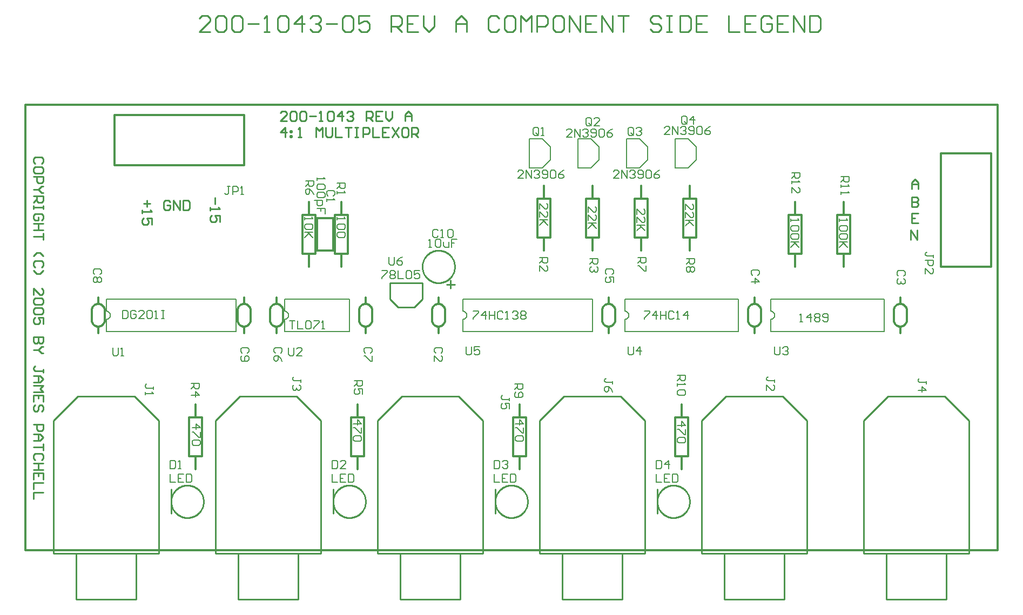
<source format=gto>
*%FSLAX24Y24*%
*%MOIN*%
G01*
%ADD11C,0.0073*%
%ADD12C,0.0080*%
%ADD13C,0.0100*%
%ADD14C,0.0120*%
%ADD15C,0.0320*%
%ADD16C,0.0360*%
%ADD17C,0.0500*%
%ADD18C,0.0520*%
%ADD19C,0.0550*%
%ADD20C,0.0560*%
%ADD21C,0.0610*%
%ADD22C,0.0620*%
%ADD23C,0.0680*%
%ADD24C,0.0820*%
%ADD25C,0.0950*%
%ADD26C,0.1150*%
%ADD27C,0.1200*%
%ADD28C,0.1260*%
%ADD29C,0.1500*%
%ADD30C,0.1560*%
%ADD31R,0.0620X0.0620*%
%ADD32R,0.0680X0.0680*%
D12*
X121940Y82457D02*
Y82623D01*
Y82540D01*
X121523D01*
X121440Y82623D01*
Y82707D01*
X121523Y82790D01*
X121440Y82290D02*
X121940D01*
Y82040D01*
X121857Y81957D01*
X121690D01*
X121607Y82040D01*
Y82290D01*
X121440Y81790D02*
Y81457D01*
Y81790D02*
X121773Y81457D01*
X121857D01*
X121940Y81540D01*
Y81707D01*
X121857Y81790D01*
X120190Y81390D02*
X120107Y81307D01*
X120190Y81390D02*
Y81557D01*
X120107Y81640D01*
X119773D01*
X119690Y81557D01*
Y81390D01*
X119773Y81307D01*
X120107Y81140D02*
X120190Y81057D01*
Y80890D01*
X120107Y80807D01*
X120023D01*
X120024D01*
X120023D02*
X120024D01*
X120023D02*
X120024D01*
X120023D02*
X119940Y80890D01*
Y80974D01*
Y80890D01*
X119857Y80807D01*
X119773D01*
X119690Y80890D01*
Y81057D01*
X119773Y81140D01*
X121490Y74823D02*
Y74657D01*
Y74740D02*
Y74823D01*
Y74740D02*
X121073D01*
X120990Y74823D01*
Y74907D01*
X121073Y74990D01*
X120990Y74240D02*
X121490D01*
X121240Y74490D01*
Y74157D01*
X116140Y84673D02*
Y84840D01*
Y84757D02*
Y84673D01*
Y84757D02*
X116640D01*
X116641D01*
X116640D02*
X116557Y84840D01*
Y84423D02*
X116640Y84340D01*
Y84174D01*
X116557Y84090D01*
X116223D01*
X116140Y84174D01*
Y84340D01*
X116223Y84423D01*
X116557D01*
Y83924D02*
X116640Y83840D01*
Y83674D01*
X116557Y83590D01*
X116223D01*
X116140Y83674D01*
Y83840D01*
X116223Y83924D01*
X116557D01*
X116640Y83424D02*
X116140D01*
X116307D01*
X116640Y83091D01*
X116390Y83340D01*
X116140Y83091D01*
X116240Y87440D02*
X116740D01*
Y87190D01*
X116657Y87107D01*
X116490D01*
X116407Y87190D01*
Y87440D01*
Y87273D02*
X116240Y87107D01*
Y86940D02*
Y86774D01*
Y86857D01*
X116740D01*
X116741D01*
X116740D02*
X116657Y86940D01*
X116240Y86524D02*
Y86357D01*
Y86440D01*
X116740D01*
X116741D01*
X116740D02*
X116657Y86524D01*
X107290Y88490D02*
X106790Y87990D01*
X107290Y89290D02*
X106790Y89790D01*
X105990D01*
Y87990D02*
X106790D01*
X105990D02*
Y89790D01*
X107290Y89290D02*
Y88490D01*
X105673Y90040D02*
X105340D01*
X105673Y90373D01*
Y90457D01*
X105590Y90540D01*
X105423D01*
X105340Y90457D01*
X105840Y90540D02*
Y90040D01*
X106173D02*
X105840Y90540D01*
X106173D02*
Y90040D01*
X106340Y90457D02*
X106423Y90540D01*
X106590D01*
X106673Y90457D01*
Y90373D01*
X106674D01*
X106673D02*
X106674D01*
X106673D02*
X106674D01*
X106673D02*
X106590Y90290D01*
X106506D01*
X106590D01*
X106673Y90207D01*
Y90123D01*
X106590Y90040D01*
X106423D01*
X106340Y90123D01*
X106840D02*
X106923Y90040D01*
X107089D01*
X107173Y90123D01*
Y90457D01*
X107089Y90540D01*
X106923D01*
X106840Y90457D01*
Y90373D01*
X106923Y90290D01*
X107173D01*
X107339Y90457D02*
X107423Y90540D01*
X107589D01*
X107673Y90457D01*
Y90123D01*
X107589Y90040D01*
X107423D01*
X107339Y90123D01*
Y90457D01*
X108006D02*
X108172Y90540D01*
X108006Y90457D02*
X107839Y90290D01*
Y90123D01*
X107922Y90040D01*
X108089D01*
X108172Y90123D01*
Y90207D01*
X108089Y90290D01*
X107839D01*
X106723Y90773D02*
Y91107D01*
X106640Y91190D01*
X106473D01*
X106390Y91107D01*
Y90773D01*
X106473Y90690D01*
X106640D01*
X106723D02*
X106557Y90857D01*
X106640Y90690D02*
X106723Y90773D01*
X107140Y90690D02*
Y91190D01*
X106890Y90940D01*
X107223D01*
X104290Y88490D02*
X103790Y87990D01*
X104290Y89290D02*
X103790Y89790D01*
X102990D01*
Y87990D02*
X103790D01*
X102990D02*
Y89790D01*
X104290Y89290D02*
Y88490D01*
X102523Y87340D02*
X102190D01*
X102523Y87673D01*
Y87757D01*
X102440Y87840D01*
X102273D01*
X102190Y87757D01*
X102690Y87840D02*
Y87340D01*
X103023D02*
X102690Y87840D01*
X103023D02*
Y87340D01*
X103190Y87757D02*
X103273Y87840D01*
X103440D01*
X103523Y87757D01*
Y87673D01*
X103524D01*
X103523D02*
X103524D01*
X103523D02*
X103524D01*
X103523D02*
X103440Y87590D01*
X103356D01*
X103440D01*
X103523Y87507D01*
Y87423D01*
X103440Y87340D01*
X103273D01*
X103190Y87423D01*
X103690D02*
X103773Y87340D01*
X103939D01*
X104023Y87423D01*
Y87757D01*
X103939Y87840D01*
X103773D01*
X103690Y87757D01*
Y87673D01*
X103773Y87590D01*
X104023D01*
X104189Y87757D02*
X104273Y87840D01*
X104439D01*
X104523Y87757D01*
Y87423D01*
X104439Y87340D01*
X104273D01*
X104189Y87423D01*
Y87757D01*
X104856D02*
X105022Y87840D01*
X104856Y87757D02*
X104689Y87590D01*
Y87423D01*
X104772Y87340D01*
X104939D01*
X105022Y87423D01*
Y87507D01*
X104939Y87590D01*
X104689D01*
X103423Y90073D02*
Y90407D01*
X103340Y90490D01*
X103173D01*
X103090Y90407D01*
Y90073D01*
X103173Y89990D01*
X103340D01*
X103423D02*
X103257Y90157D01*
X103340Y89990D02*
X103423Y90073D01*
X103590Y90407D02*
X103673Y90490D01*
X103840D01*
X103923Y90407D01*
Y90323D01*
X103924D01*
X103923D02*
X103924D01*
X103923D02*
X103924D01*
X103923D02*
X103840Y90240D01*
X103756D01*
X103840D01*
X103923Y90157D01*
Y90073D01*
X103840Y89990D01*
X103673D01*
X103590Y90073D01*
X113140Y84840D02*
Y84673D01*
Y84757D01*
X113640D01*
X113641D01*
X113640D02*
X113557Y84840D01*
Y84423D02*
X113640Y84340D01*
Y84174D01*
X113557Y84090D01*
X113223D01*
X113140Y84174D01*
Y84340D01*
X113223Y84423D01*
X113557D01*
Y83924D02*
X113640Y83840D01*
Y83674D01*
X113557Y83590D01*
X113223D01*
X113140Y83674D01*
Y83840D01*
X113223Y83924D01*
X113557D01*
X113640Y83424D02*
X113140D01*
X113307D01*
X113640Y83091D01*
X113390Y83340D01*
X113140Y83091D01*
X113190Y87690D02*
X113690D01*
Y87440D01*
X113607Y87357D01*
X113440D01*
X113357Y87440D01*
Y87690D01*
Y87523D02*
X113190Y87357D01*
Y87190D02*
Y87024D01*
Y87107D01*
X113690D01*
X113691D01*
X113690D02*
X113607Y87190D01*
X113190Y86774D02*
Y86440D01*
Y86774D02*
X113523Y86440D01*
X113607D01*
X113690Y86524D01*
Y86690D01*
X113607Y86774D01*
X106640Y85740D02*
Y85407D01*
Y85740D02*
X106973Y85407D01*
X107057D01*
X107140Y85490D01*
Y85657D01*
X107057Y85740D01*
X106640Y85240D02*
Y84907D01*
Y85240D02*
X106973Y84907D01*
X107057D01*
X107140Y84990D01*
Y85157D01*
X107057Y85240D01*
X107140Y84740D02*
X106640D01*
X106807D01*
X107140Y84407D01*
X106890Y84657D01*
X106640Y84407D01*
X106690Y82390D02*
X107190D01*
Y82140D01*
X107107Y82057D01*
X106940D01*
X106857Y82140D01*
Y82390D01*
Y82223D02*
X106690Y82057D01*
X107107Y81890D02*
X107190Y81807D01*
Y81640D01*
X107107Y81557D01*
X107023D01*
X106940Y81640D01*
X106857Y81557D01*
X106773D01*
X106690Y81640D01*
Y81807D01*
X106773Y81890D01*
X106857D01*
X106940Y81807D01*
X107023Y81890D01*
X107107D01*
X106940Y81807D02*
Y81640D01*
X103640Y85107D02*
Y85440D01*
X103973Y85107D01*
X104057D01*
X104140Y85190D01*
Y85357D01*
X104057Y85440D01*
X103640Y84940D02*
Y84607D01*
Y84940D02*
X103973Y84607D01*
X104057D01*
X104140Y84690D01*
Y84857D01*
X104057Y84940D01*
X104140Y84440D02*
X103640D01*
X103807D01*
X104140Y84107D01*
X103890Y84357D01*
X103640Y84107D01*
X103690Y82440D02*
X104190D01*
Y82190D01*
X104107Y82107D01*
X103940D01*
X103857Y82190D01*
Y82440D01*
Y82273D02*
X103690Y82107D01*
X104190Y81940D02*
Y81607D01*
X104107D01*
X103773Y81940D01*
X103690D01*
X106140Y72090D02*
X106640D01*
X106390Y72340D01*
Y72007D01*
X106640Y71840D02*
Y71507D01*
X106557D01*
X106223Y71840D01*
X106140D01*
X106557Y71340D02*
X106640Y71257D01*
Y71090D01*
X106557Y71007D01*
X106223D01*
X106140Y71090D01*
Y71257D01*
X106223Y71340D01*
X106557D01*
X106640Y75190D02*
X106140D01*
X106640D02*
Y74940D01*
X106557Y74857D01*
X106390D01*
X106307Y74940D01*
Y75190D01*
Y75023D02*
X106140Y74857D01*
Y74690D02*
Y74524D01*
Y74607D01*
X106640D01*
X106641D01*
X106640D02*
X106557Y74690D01*
Y74274D02*
X106640Y74190D01*
Y74024D01*
X106557Y73940D01*
X106223D01*
X106140Y74024D01*
Y74190D01*
X106223Y74274D01*
X106557D01*
X111107Y81357D02*
X111190Y81440D01*
Y81607D01*
X111107Y81690D01*
X110773D01*
X110690Y81607D01*
Y81440D01*
X110773Y81357D01*
X110690Y80940D02*
X111190D01*
X110940Y81190D01*
Y80857D01*
X102890Y79140D02*
X102923Y79138D01*
X102955Y79131D01*
X102986Y79121D01*
X103015Y79107D01*
X103042Y79088D01*
X103067Y79067D01*
X103088Y79042D01*
X103107Y79015D01*
X103121Y78986D01*
X103131Y78955D01*
X103138Y78923D01*
X103140Y78890D01*
X103138Y78857D01*
X103131Y78825D01*
X103121Y78794D01*
X103107Y78765D01*
X103088Y78738D01*
X103067Y78713D01*
X103042Y78692D01*
X103015Y78673D01*
X102986Y78659D01*
X102955Y78649D01*
X102923Y78642D01*
X102890Y78640D01*
X109890Y77890D02*
Y79890D01*
X102890D02*
Y79140D01*
Y78640D02*
Y77890D01*
X109890D01*
Y79890D02*
X102890D01*
X104090Y79140D02*
X104423D01*
Y79057D01*
X104090Y78723D01*
Y78640D01*
X104840D02*
Y79140D01*
X104590Y78890D01*
X104923D01*
X105090Y79140D02*
Y78640D01*
Y78890D01*
X105423D01*
Y79140D01*
Y78640D01*
X105839Y79140D02*
X105923Y79057D01*
X105839Y79140D02*
X105673D01*
X105590Y79057D01*
Y78723D01*
X105673Y78640D01*
X105839D01*
X105923Y78723D01*
X106089Y78640D02*
X106256D01*
X106173D01*
Y79140D01*
X106174D01*
X106173D02*
X106089Y79057D01*
X106756Y79140D02*
Y78640D01*
X106506Y78890D02*
X106756Y79140D01*
X106839Y78890D02*
X106506D01*
X103090Y76940D02*
Y76523D01*
X103173Y76440D01*
X103340D01*
X103423Y76523D01*
Y76940D01*
X103840D02*
Y76440D01*
X103590Y76690D02*
X103840Y76940D01*
X103923Y76690D02*
X103590D01*
X111890Y78640D02*
X111923Y78642D01*
X111955Y78649D01*
X111986Y78659D01*
X112015Y78673D01*
X112042Y78692D01*
X112067Y78713D01*
X112088Y78738D01*
X112107Y78765D01*
X112121Y78794D01*
X112131Y78825D01*
X112138Y78857D01*
X112140Y78890D01*
X112138Y78923D01*
X112131Y78955D01*
X112121Y78986D01*
X112107Y79015D01*
X112088Y79042D01*
X112067Y79067D01*
X112042Y79088D01*
X112015Y79107D01*
X111986Y79121D01*
X111955Y79131D01*
X111923Y79138D01*
X111890Y79140D01*
X118890Y79890D02*
Y77890D01*
X111890Y79140D02*
Y79890D01*
Y78640D02*
Y77890D01*
X118890D01*
Y79890D02*
X111890D01*
X113690Y78490D02*
X113857D01*
X113773D01*
Y78990D01*
X113774D01*
X113773D02*
X113690Y78907D01*
X114356Y78990D02*
Y78490D01*
X114107Y78740D02*
X114356Y78990D01*
X114440Y78740D02*
X114107D01*
X114606Y78907D02*
X114690Y78990D01*
X114856D01*
X114940Y78907D01*
Y78823D01*
X114856Y78740D01*
X114940Y78657D01*
Y78573D01*
X114856Y78490D01*
X114690D01*
X114606Y78573D01*
Y78657D01*
X114690Y78740D01*
X114606Y78823D01*
Y78907D01*
X114690Y78740D02*
X114856D01*
X115106Y78573D02*
X115190Y78490D01*
X115356D01*
X115439Y78573D01*
Y78907D01*
X115356Y78990D01*
X115190D01*
X115106Y78907D01*
Y78823D01*
X115190Y78740D01*
X115439D01*
X112140Y76940D02*
Y76523D01*
X112223Y76440D01*
X112390D01*
X112473Y76523D01*
Y76940D01*
X112640Y76857D02*
X112723Y76940D01*
X112890D01*
X112973Y76857D01*
Y76773D01*
X112974D01*
X112973D02*
X112974D01*
X112973D02*
X112974D01*
X112973D02*
X112890Y76690D01*
X112806D01*
X112890D01*
X112973Y76607D01*
Y76523D01*
X112890Y76440D01*
X112723D01*
X112640Y76523D01*
X112140Y74923D02*
Y74757D01*
Y74840D02*
Y74923D01*
Y74840D02*
X111723D01*
X111640Y74923D01*
Y75007D01*
X111723Y75090D01*
X111640Y74590D02*
Y74257D01*
Y74590D02*
X111973Y74257D01*
X112057D01*
X112140Y74340D01*
Y74507D01*
X112057Y74590D01*
X104840Y69074D02*
Y68574D01*
X105173D01*
X105340Y69074D02*
X105673D01*
X105340D02*
Y68574D01*
X105673D01*
X105506Y68824D02*
X105340D01*
X105840Y69074D02*
Y68574D01*
X106090D01*
X106173Y68658D01*
Y68991D01*
X106090Y69074D01*
X105840D01*
X104840Y69434D02*
Y69934D01*
Y69434D02*
X105090D01*
X105173Y69518D01*
Y69851D01*
X105090Y69934D01*
X104840D01*
X105590D02*
Y69434D01*
X105340Y69684D02*
X105590Y69934D01*
X105673Y69684D02*
X105340D01*
X97790Y87990D02*
X98290Y88490D01*
Y89290D02*
X97790Y89790D01*
X96990D01*
Y87990D02*
X97790D01*
X96990D02*
Y89790D01*
X98290Y89290D02*
Y88490D01*
X96623Y87340D02*
X96290D01*
X96623Y87673D01*
Y87757D01*
X96540Y87840D01*
X96373D01*
X96290Y87757D01*
X96790Y87840D02*
Y87340D01*
X97123D02*
X96790Y87840D01*
X97123D02*
Y87340D01*
X97290Y87757D02*
X97373Y87840D01*
X97540D01*
X97623Y87757D01*
Y87673D01*
X97624D01*
X97623D02*
X97624D01*
X97623D02*
X97624D01*
X97623D02*
X97540Y87590D01*
X97456D01*
X97540D01*
X97623Y87507D01*
Y87423D01*
X97540Y87340D01*
X97373D01*
X97290Y87423D01*
X97790D02*
X97873Y87340D01*
X98039D01*
X98123Y87423D01*
Y87757D01*
X98039Y87840D01*
X97873D01*
X97790Y87757D01*
Y87673D01*
X97873Y87590D01*
X98123D01*
X98289Y87757D02*
X98373Y87840D01*
X98539D01*
X98623Y87757D01*
Y87423D01*
X98539Y87340D01*
X98373D01*
X98289Y87423D01*
Y87757D01*
X98956D02*
X99122Y87840D01*
X98956Y87757D02*
X98789Y87590D01*
Y87423D01*
X98872Y87340D01*
X99039D01*
X99122Y87423D01*
Y87507D01*
X99039Y87590D01*
X98789D01*
X97573Y90073D02*
Y90407D01*
X97490Y90490D01*
X97323D01*
X97240Y90407D01*
Y90073D01*
X97323Y89990D01*
X97490D01*
X97573D02*
X97407Y90157D01*
X97490Y89990D02*
X97573Y90073D01*
X97740Y89990D02*
X97906D01*
X97823D01*
Y90490D01*
X97824D01*
X97823D02*
X97740Y90407D01*
X100790Y87990D02*
X101290Y88490D01*
Y89290D02*
X100790Y89790D01*
X99990D01*
Y87990D02*
X100790D01*
X99990D02*
Y89790D01*
X101290Y89290D02*
Y88490D01*
X99623Y89890D02*
X99290D01*
X99623Y90223D01*
Y90307D01*
X99540Y90390D01*
X99373D01*
X99290Y90307D01*
X99790Y90390D02*
Y89890D01*
X100123D02*
X99790Y90390D01*
X100123D02*
Y89890D01*
X100290Y90307D02*
X100373Y90390D01*
X100540D01*
X100623Y90307D01*
Y90223D01*
X100624D01*
X100623D02*
X100624D01*
X100623D02*
X100624D01*
X100623D02*
X100540Y90140D01*
X100456D01*
X100540D01*
X100623Y90057D01*
Y89973D01*
X100540Y89890D01*
X100373D01*
X100290Y89973D01*
X100790D02*
X100873Y89890D01*
X101039D01*
X101123Y89973D01*
Y90307D01*
X101039Y90390D01*
X100873D01*
X100790Y90307D01*
Y90223D01*
X100873Y90140D01*
X101123D01*
X101289Y90307D02*
X101373Y90390D01*
X101539D01*
X101623Y90307D01*
Y89973D01*
X101539Y89890D01*
X101373D01*
X101289Y89973D01*
Y90307D01*
X101956D02*
X102122Y90390D01*
X101956Y90307D02*
X101789Y90140D01*
Y89973D01*
X101872Y89890D01*
X102039D01*
X102122Y89973D01*
Y90057D01*
X102039Y90140D01*
X101789D01*
X100823Y90673D02*
Y91007D01*
X100740Y91090D01*
X100573D01*
X100490Y91007D01*
Y90673D01*
X100573Y90590D01*
X100740D01*
X100823D02*
X100657Y90757D01*
X100740Y90590D02*
X100823Y90673D01*
X100990Y90590D02*
X101323D01*
X100990D02*
X101323Y90923D01*
Y91007D01*
X101240Y91090D01*
X101073D01*
X100990Y91007D01*
X91640Y76640D02*
X91557Y76557D01*
X91640Y76640D02*
Y76807D01*
X91557Y76890D01*
X91223D01*
X91140Y76807D01*
Y76640D01*
X91223Y76557D01*
X91140Y76390D02*
Y76057D01*
Y76390D02*
X91473Y76057D01*
X91557D01*
X91640Y76140D01*
Y76307D01*
X91557Y76390D01*
X100640Y85257D02*
Y85590D01*
X100973Y85257D01*
X101057D01*
X101140Y85340D01*
Y85507D01*
X101057Y85590D01*
X100640Y85090D02*
Y84757D01*
Y85090D02*
X100973Y84757D01*
X101057D01*
X101140Y84840D01*
Y85007D01*
X101057Y85090D01*
X101140Y84590D02*
X100640D01*
X100807D01*
X101140Y84257D01*
X100890Y84507D01*
X100640Y84257D01*
X100740Y82390D02*
X101240D01*
Y82140D01*
X101157Y82057D01*
X100990D01*
X100907Y82140D01*
Y82390D01*
Y82223D02*
X100740Y82057D01*
X101157Y81890D02*
X101240Y81807D01*
Y81640D01*
X101157Y81557D01*
X101073D01*
X101074D01*
X101073D02*
X101074D01*
X101073D02*
X101074D01*
X101073D02*
X100990Y81640D01*
Y81724D01*
Y81640D01*
X100907Y81557D01*
X100823D01*
X100740Y81640D01*
Y81807D01*
X100823Y81890D01*
X97640Y85457D02*
Y85790D01*
X97973Y85457D01*
X98057D01*
X98140Y85540D01*
Y85707D01*
X98057Y85790D01*
X97640Y85290D02*
Y84957D01*
Y85290D02*
X97973Y84957D01*
X98057D01*
X98140Y85040D01*
Y85207D01*
X98057Y85290D01*
X98140Y84790D02*
X97640D01*
X97807D01*
X98140Y84457D01*
X97890Y84707D01*
X97640Y84457D01*
Y82440D02*
X98140D01*
Y82190D01*
X98057Y82107D01*
X97890D01*
X97807Y82190D01*
Y82440D01*
Y82273D02*
X97640Y82107D01*
Y81940D02*
Y81607D01*
Y81940D02*
X97973Y81607D01*
X98057D01*
X98140Y81690D01*
Y81857D01*
X98057Y81940D01*
X96640Y72190D02*
X96140D01*
X96390Y72440D02*
X96640Y72190D01*
X96390Y72107D02*
Y72440D01*
X96640Y71940D02*
Y71607D01*
X96557D01*
X96223Y71940D01*
X96140D01*
X96557Y71440D02*
X96640Y71357D01*
Y71190D01*
X96557Y71107D01*
X96223D01*
X96140Y71190D01*
Y71357D01*
X96223Y71440D01*
X96557D01*
X96590Y74640D02*
X96090D01*
X96590D02*
Y74390D01*
X96507Y74307D01*
X96340D01*
X96257Y74390D01*
Y74640D01*
Y74473D02*
X96090Y74307D01*
X96173Y74140D02*
X96090Y74057D01*
Y73890D01*
X96173Y73807D01*
X96507D01*
X96590Y73890D01*
Y74057D01*
X96507Y74140D01*
X96423D01*
X96340Y74057D01*
Y73807D01*
X102107Y81407D02*
X102190Y81490D01*
Y81657D01*
X102107Y81740D01*
X101773D01*
X101690Y81657D01*
Y81490D01*
X101773Y81407D01*
X102190Y81240D02*
Y80907D01*
Y81240D02*
X101940D01*
X102023Y81074D01*
Y80990D01*
X101940Y80907D01*
X101773D01*
X101690Y80990D01*
Y81157D01*
X101773Y81240D01*
X90957Y83090D02*
X90790D01*
X90873D02*
X90957D01*
X90873D02*
Y83590D01*
X90874D01*
X90873D02*
X90790Y83507D01*
X91207D02*
X91290Y83590D01*
X91456D01*
X91540Y83507D01*
Y83173D01*
X91456Y83090D01*
X91290D01*
X91207Y83173D01*
Y83507D01*
X91706Y83423D02*
Y83173D01*
X91790Y83090D01*
X92040D01*
Y83423D01*
X92206Y83590D02*
X92539D01*
X92206D02*
Y83340D01*
X92373D01*
X92206D01*
Y83090D01*
X91373Y84107D02*
X91290Y84190D01*
X91123D01*
X91040Y84107D01*
Y83773D01*
X91123Y83690D01*
X91290D01*
X91373Y83773D01*
X91540Y83690D02*
X91706D01*
X91623D01*
Y84190D01*
X91624D01*
X91623D02*
X91540Y84107D01*
X91956D02*
X92040Y84190D01*
X92206D01*
X92290Y84107D01*
Y83773D01*
X92206Y83690D01*
X92040D01*
X91956Y83773D01*
Y84107D01*
X92890Y79140D02*
X92923Y79138D01*
X92955Y79131D01*
X92986Y79121D01*
X93015Y79107D01*
X93042Y79088D01*
X93067Y79067D01*
X93088Y79042D01*
X93107Y79015D01*
X93121Y78986D01*
X93131Y78955D01*
X93138Y78923D01*
X93140Y78890D01*
X93138Y78857D01*
X93131Y78825D01*
X93121Y78794D01*
X93107Y78765D01*
X93088Y78738D01*
X93067Y78713D01*
X93042Y78692D01*
X93015Y78673D01*
X92986Y78659D01*
X92955Y78649D01*
X92923Y78642D01*
X92890Y78640D01*
X100890Y77890D02*
Y79890D01*
X92890D02*
Y79140D01*
Y78640D02*
Y77890D01*
X100890D01*
Y79890D02*
X92890D01*
X93540Y79140D02*
X93873D01*
Y79057D01*
X93540Y78723D01*
Y78640D01*
X94290D02*
Y79140D01*
X94040Y78890D01*
X94373D01*
X94540Y79140D02*
Y78640D01*
Y78890D01*
X94873D01*
Y79140D01*
Y78640D01*
X95289Y79140D02*
X95373Y79057D01*
X95289Y79140D02*
X95123D01*
X95040Y79057D01*
Y78723D01*
X95123Y78640D01*
X95289D01*
X95373Y78723D01*
X95539Y78640D02*
X95706D01*
X95623D01*
Y79140D01*
X95624D01*
X95623D02*
X95539Y79057D01*
X95956D02*
X96039Y79140D01*
X96206D01*
X96289Y79057D01*
Y78973D01*
X96290D01*
X96289D02*
X96290D01*
X96289D02*
X96290D01*
X96289D02*
X96206Y78890D01*
X96122D01*
X96206D01*
X96289Y78807D01*
Y78723D01*
X96206Y78640D01*
X96039D01*
X95956Y78723D01*
X96456Y79057D02*
X96539Y79140D01*
X96706D01*
X96789Y79057D01*
Y78973D01*
X96706Y78890D01*
X96789Y78807D01*
Y78723D01*
X96706Y78640D01*
X96539D01*
X96456Y78723D01*
Y78807D01*
X96539Y78890D01*
X96456Y78973D01*
Y79057D01*
X96539Y78890D02*
X96706D01*
X93090Y76940D02*
Y76523D01*
X93173Y76440D01*
X93340D01*
X93423Y76523D01*
Y76940D01*
X93590D02*
X93923D01*
X93590D02*
Y76690D01*
X93756Y76773D01*
X93840D01*
X93923Y76690D01*
Y76523D01*
X93840Y76440D01*
X93673D01*
X93590Y76523D01*
X88223Y81640D02*
X87890D01*
X88223D02*
Y81557D01*
X87890Y81223D01*
Y81140D01*
X88390Y81557D02*
X88473Y81640D01*
X88640D01*
X88723Y81557D01*
Y81473D01*
X88640Y81390D01*
X88723Y81307D01*
Y81223D01*
X88640Y81140D01*
X88473D01*
X88390Y81223D01*
Y81307D01*
X88473Y81390D01*
X88390Y81473D01*
Y81557D01*
X88473Y81390D02*
X88640D01*
X88890Y81640D02*
Y81140D01*
X89223D01*
X89390Y81557D02*
X89473Y81640D01*
X89639D01*
X89723Y81557D01*
Y81223D01*
X89639Y81140D01*
X89473D01*
X89390Y81223D01*
Y81557D01*
X89889Y81640D02*
X90223D01*
X89889D02*
Y81390D01*
X90056Y81473D01*
X90139D01*
X90223Y81390D01*
Y81223D01*
X90139Y81140D01*
X89973D01*
X89889Y81223D01*
X88340Y82083D02*
Y82500D01*
Y82083D02*
X88423Y82000D01*
X88590D01*
X88673Y82083D01*
Y82500D01*
X89006Y82416D02*
X89173Y82500D01*
X89006Y82416D02*
X88840Y82250D01*
Y82083D01*
X88923Y82000D01*
X89090D01*
X89173Y82083D01*
Y82166D01*
X89090Y82250D01*
X88840D01*
X94840Y69074D02*
Y68574D01*
X95173D01*
X95340Y69074D02*
X95673D01*
X95340D02*
Y68574D01*
X95673D01*
X95506Y68824D02*
X95340D01*
X95840Y69074D02*
Y68574D01*
X96090D01*
X96173Y68658D01*
Y68991D01*
X96090Y69074D01*
X95840D01*
X94840Y69434D02*
Y69934D01*
Y69434D02*
X95090D01*
X95173Y69518D01*
Y69851D01*
X95090Y69934D01*
X94840D01*
X95340Y69851D02*
X95423Y69934D01*
X95590D01*
X95673Y69851D01*
Y69768D01*
X95674D01*
X95673D02*
X95674D01*
X95673D02*
X95674D01*
X95673D02*
X95590Y69684D01*
X95506D01*
X95590D01*
X95673Y69601D01*
Y69518D01*
X95590Y69434D01*
X95423D01*
X95340Y69518D01*
X95750Y73607D02*
Y73773D01*
Y73690D01*
X95333D01*
X95250Y73773D01*
Y73857D01*
X95333Y73940D01*
X95750Y73440D02*
Y73107D01*
Y73440D02*
X95500D01*
X95583Y73274D01*
Y73190D01*
X95500Y73107D01*
X95333D01*
X95250Y73190D01*
Y73357D01*
X95333Y73440D01*
X102140Y74657D02*
Y74823D01*
Y74740D01*
X101723D01*
X101640Y74823D01*
Y74907D01*
X101723Y74990D01*
X102057Y74324D02*
X102140Y74157D01*
X102057Y74324D02*
X101890Y74490D01*
X101723D01*
X101640Y74407D01*
Y74240D01*
X101723Y74157D01*
X101807D01*
X101890Y74240D01*
Y74490D01*
X78523Y86840D02*
X78357D01*
X78440D01*
Y86423D01*
X78357Y86340D01*
X78273D01*
X78190Y86423D01*
X78690Y86340D02*
Y86840D01*
X78940D01*
X79023Y86757D01*
Y86590D01*
X78940Y86507D01*
X78690D01*
X79190Y86340D02*
X79356D01*
X79273D01*
Y86840D01*
X79274D01*
X79273D02*
X79190Y86757D01*
X79690Y76640D02*
X79607Y76557D01*
X79690Y76640D02*
Y76807D01*
X79607Y76890D01*
X79273D01*
X79190Y76807D01*
Y76640D01*
X79273Y76557D01*
Y76390D02*
X79190Y76307D01*
Y76140D01*
X79273Y76057D01*
X79607D01*
X79690Y76140D01*
Y76307D01*
X79607Y76390D01*
X79523D01*
X79440Y76307D01*
Y76057D01*
X83890Y87223D02*
Y87390D01*
Y87307D02*
Y87223D01*
Y87307D02*
X84390D01*
X84391D01*
X84390D02*
X84307Y87390D01*
Y86973D02*
X84390Y86890D01*
Y86724D01*
X84307Y86640D01*
X83973D01*
X83890Y86724D01*
Y86890D01*
X83973Y86973D01*
X84307D01*
Y86474D02*
X84390Y86390D01*
Y86224D01*
X84307Y86140D01*
X83973D01*
X83890Y86224D01*
Y86390D01*
X83973Y86474D01*
X84307D01*
X84223Y85974D02*
X83723D01*
X84223D02*
Y85724D01*
X84140Y85641D01*
X83973D01*
X83890Y85724D01*
Y85974D01*
X84390Y85474D02*
Y85141D01*
Y85474D02*
X84140D01*
Y85307D01*
Y85474D01*
X83890D01*
X84907Y86257D02*
X84990Y86340D01*
Y86507D01*
X84907Y86590D01*
X84573D01*
X84490Y86507D01*
Y86340D01*
X84573Y86257D01*
X84490Y86090D02*
Y85924D01*
Y86007D01*
X84990D01*
X84991D01*
X84990D02*
X84907Y86090D01*
X85140Y84940D02*
Y84773D01*
Y84857D01*
X85640D01*
X85641D01*
X85640D02*
X85557Y84940D01*
Y84523D02*
X85640Y84440D01*
Y84274D01*
X85557Y84190D01*
X85223D01*
X85140Y84274D01*
Y84440D01*
X85223Y84523D01*
X85557D01*
Y84024D02*
X85640Y83940D01*
Y83774D01*
X85557Y83690D01*
X85223D01*
X85140Y83774D01*
Y83940D01*
X85223Y84024D01*
X85557D01*
X85640Y87040D02*
X85140D01*
X85640D02*
Y86790D01*
X85557Y86707D01*
X85390D01*
X85307Y86790D01*
Y87040D01*
Y86873D02*
X85140Y86707D01*
Y86540D02*
Y86374D01*
Y86457D01*
X85640D01*
X85641D01*
X85640D02*
X85557Y86540D01*
X83140Y84940D02*
Y84773D01*
Y84857D01*
X83640D01*
X83641D01*
X83640D02*
X83557Y84940D01*
Y84523D02*
X83640Y84440D01*
Y84274D01*
X83557Y84190D01*
X83223D01*
X83140Y84274D01*
Y84440D01*
X83223Y84523D01*
X83557D01*
X83640Y84024D02*
X83140D01*
X83307D01*
X83640Y83690D01*
X83390Y83940D01*
X83140Y83690D01*
X83190Y87190D02*
X83690D01*
Y86940D01*
X83607Y86857D01*
X83440D01*
X83357Y86940D01*
Y87190D01*
Y87023D02*
X83190Y86857D01*
X83607Y86524D02*
X83690Y86357D01*
X83607Y86524D02*
X83440Y86690D01*
X83273D01*
X83190Y86607D01*
Y86440D01*
X83273Y86357D01*
X83357D01*
X83440Y86440D01*
Y86690D01*
X86140Y72190D02*
X86640D01*
X86390Y72440D01*
Y72107D01*
X86640Y71940D02*
Y71607D01*
X86557D01*
X86223Y71940D01*
X86140D01*
X86557Y71440D02*
X86640Y71357D01*
Y71190D01*
X86557Y71107D01*
X86223D01*
X86140Y71190D01*
Y71357D01*
X86223Y71440D01*
X86557D01*
X86690Y74840D02*
X86190D01*
X86690D02*
Y74590D01*
X86607Y74507D01*
X86440D01*
X86357Y74590D01*
Y74840D01*
Y74673D02*
X86190Y74507D01*
X86690Y74340D02*
Y74007D01*
Y74340D02*
X86440D01*
X86523Y74174D01*
Y74090D01*
X86440Y74007D01*
X86273D01*
X86190Y74090D01*
Y74257D01*
X86273Y74340D01*
X76690Y71940D02*
X76190D01*
X76440Y72190D02*
X76690Y71940D01*
X76440Y71857D02*
Y72190D01*
X76690Y71690D02*
Y71357D01*
X76607D01*
X76273Y71690D01*
X76190D01*
X76607Y71190D02*
X76690Y71107D01*
Y70940D01*
X76607Y70857D01*
X76273D01*
X76190Y70940D01*
Y71107D01*
X76273Y71190D01*
X76607D01*
X76640Y74690D02*
X76140D01*
X76640D02*
Y74440D01*
X76557Y74357D01*
X76390D01*
X76307Y74440D01*
Y74690D01*
Y74523D02*
X76140Y74357D01*
Y73940D02*
X76640D01*
X76390Y74190D01*
Y73857D01*
X81657Y76557D02*
X81740Y76640D01*
Y76807D01*
X81657Y76890D01*
X81323D01*
X81240Y76807D01*
Y76640D01*
X81323Y76557D01*
X81657Y76224D02*
X81740Y76057D01*
X81657Y76224D02*
X81490Y76390D01*
X81323D01*
X81240Y76307D01*
Y76140D01*
X81323Y76057D01*
X81407D01*
X81490Y76140D01*
Y76390D01*
X87207Y76557D02*
X87290Y76640D01*
Y76807D01*
X87207Y76890D01*
X86873D01*
X86790Y76807D01*
Y76640D01*
X86873Y76557D01*
X87290Y76390D02*
Y76057D01*
X87207D01*
X86873Y76390D01*
X86790D01*
X81890Y78640D02*
X81923Y78642D01*
X81955Y78649D01*
X81986Y78659D01*
X82015Y78673D01*
X82042Y78692D01*
X82067Y78713D01*
X82088Y78738D01*
X82107Y78765D01*
X82121Y78794D01*
X82131Y78825D01*
X82138Y78857D01*
X82140Y78890D01*
X82138Y78923D01*
X82131Y78955D01*
X82121Y78986D01*
X82107Y79015D01*
X82088Y79042D01*
X82067Y79067D01*
X82042Y79088D01*
X82015Y79107D01*
X81986Y79121D01*
X81955Y79131D01*
X81923Y79138D01*
X81890Y79140D01*
X85890Y79890D02*
Y77890D01*
X81890Y79140D02*
Y79890D01*
Y78640D02*
Y77890D01*
X85890D01*
Y79890D02*
X81890D01*
X82190Y78540D02*
X82523D01*
X82357D01*
Y78040D01*
X82690D02*
Y78540D01*
Y78040D02*
X83023D01*
X83190Y78457D02*
X83273Y78540D01*
X83440D01*
X83523Y78457D01*
Y78123D01*
X83440Y78040D01*
X83273D01*
X83190Y78123D01*
Y78457D01*
X83690Y78540D02*
X84023D01*
Y78457D01*
X83690Y78123D01*
Y78040D01*
X84189D02*
X84356D01*
X84273D01*
Y78540D01*
X84274D01*
X84273D02*
X84189Y78457D01*
X82140Y76890D02*
Y76473D01*
X82223Y76390D01*
X82390D01*
X82473Y76473D01*
Y76890D01*
X82640Y76390D02*
X82973D01*
X82640D02*
X82973Y76723D01*
Y76807D01*
X82890Y76890D01*
X82723D01*
X82640Y76807D01*
X82890Y74923D02*
Y74757D01*
Y74840D02*
Y74923D01*
Y74840D02*
X82473D01*
X82390Y74923D01*
Y75007D01*
X82473Y75090D01*
X82807Y74590D02*
X82890Y74507D01*
Y74340D01*
X82807Y74257D01*
X82723D01*
X82724D01*
X82723D02*
X82724D01*
X82723D02*
X82724D01*
X82723D02*
X82640Y74340D01*
Y74424D01*
Y74340D01*
X82557Y74257D01*
X82473D01*
X82390Y74340D01*
Y74507D01*
X82473Y74590D01*
X74840Y69074D02*
Y68574D01*
X75173D01*
X75340Y69074D02*
X75673D01*
X75340D02*
Y68574D01*
X75673D01*
X75506Y68824D02*
X75340D01*
X75840Y69074D02*
Y68574D01*
X76090D01*
X76173Y68658D01*
Y68991D01*
X76090Y69074D01*
X75840D01*
X74840Y69434D02*
Y69934D01*
Y69434D02*
X75090D01*
X75173Y69518D01*
Y69851D01*
X75090Y69934D01*
X74840D01*
X75340Y69434D02*
X75506D01*
X75423D01*
Y69934D01*
X75424D01*
X75423D02*
X75340Y69851D01*
X84840Y69074D02*
Y68574D01*
X85173D01*
X85340Y69074D02*
X85673D01*
X85340D02*
Y68574D01*
X85673D01*
X85506Y68824D02*
X85340D01*
X85840Y69074D02*
Y68574D01*
X86090D01*
X86173Y68658D01*
Y68991D01*
X86090Y69074D01*
X85840D01*
X84840Y69434D02*
Y69934D01*
Y69434D02*
X85090D01*
X85173Y69518D01*
Y69851D01*
X85090Y69934D01*
X84840D01*
X85340Y69434D02*
X85673D01*
X85340D02*
X85673Y69768D01*
Y69851D01*
X85590Y69934D01*
X85423D01*
X85340Y69851D01*
X70590Y81490D02*
X70507Y81407D01*
X70590Y81490D02*
Y81657D01*
X70507Y81740D01*
X70173D01*
X70090Y81657D01*
Y81490D01*
X70173Y81407D01*
X70507Y81240D02*
X70590Y81157D01*
Y80990D01*
X70507Y80907D01*
X70423D01*
X70340Y80990D01*
X70257Y80907D01*
X70173D01*
X70090Y80990D01*
Y81157D01*
X70173Y81240D01*
X70257D01*
X70340Y81157D01*
X70423Y81240D01*
X70507D01*
X70340Y81157D02*
Y80990D01*
X70890Y79140D02*
X70923Y79138D01*
X70955Y79131D01*
X70986Y79121D01*
X71015Y79107D01*
X71042Y79088D01*
X71067Y79067D01*
X71088Y79042D01*
X71107Y79015D01*
X71121Y78986D01*
X71131Y78955D01*
X71138Y78923D01*
X71140Y78890D01*
X71138Y78857D01*
X71131Y78825D01*
X71121Y78794D01*
X71107Y78765D01*
X71088Y78738D01*
X71067Y78713D01*
X71042Y78692D01*
X71015Y78673D01*
X70986Y78659D01*
X70955Y78649D01*
X70923Y78642D01*
X70890Y78640D01*
X78890Y77890D02*
Y79890D01*
X70890D02*
Y79140D01*
Y78640D02*
Y77890D01*
X78890D01*
Y79890D02*
X70890D01*
X71890Y79190D02*
Y78690D01*
X72140D01*
X72223Y78773D01*
Y79107D01*
X72140Y79190D01*
X71890D01*
X72640D02*
X72723Y79107D01*
X72640Y79190D02*
X72473D01*
X72390Y79107D01*
Y78773D01*
X72473Y78690D01*
X72640D01*
X72723Y78773D01*
Y78940D01*
X72556D01*
X72890Y78690D02*
X73223D01*
X72890D02*
X73223Y79023D01*
Y79107D01*
X73140Y79190D01*
X72973D01*
X72890Y79107D01*
X73390D02*
X73473Y79190D01*
X73639D01*
X73723Y79107D01*
Y78773D01*
X73639Y78690D01*
X73473D01*
X73390Y78773D01*
Y79107D01*
X73889Y78690D02*
X74056D01*
X73973D01*
Y79190D01*
X73974D01*
X73973D02*
X73889Y79107D01*
X74306Y79190D02*
X74472D01*
X74389D01*
Y78690D01*
X74306D01*
X74472D01*
X71290Y76890D02*
Y76473D01*
X71373Y76390D01*
X71540D01*
X71623Y76473D01*
Y76890D01*
X71790Y76390D02*
X71956D01*
X71873D01*
Y76890D01*
X71874D01*
X71873D02*
X71790Y76807D01*
X73790Y74473D02*
Y74307D01*
Y74390D02*
Y74473D01*
Y74390D02*
X73373D01*
X73290Y74473D01*
Y74557D01*
X73373Y74640D01*
X73290Y74140D02*
Y73974D01*
Y74057D01*
X73790D01*
X73791D01*
X73790D02*
X73707Y74140D01*
D13*
X120540Y83540D02*
Y84140D01*
X120940Y83540D01*
Y84140D01*
X120990Y85190D02*
X120590D01*
Y84590D01*
X120990D01*
X120790Y84890D02*
X120590D01*
Y85590D02*
Y86190D01*
Y85590D02*
X120890D01*
X120990Y85690D01*
Y85790D01*
X120890Y85890D01*
X120590D01*
X120591D01*
X120590D02*
X120591D01*
X120590D02*
X120591D01*
X120590D02*
X120890D01*
X120990Y85990D01*
Y86090D01*
X120890Y86190D01*
X120590D01*
Y86690D02*
Y87090D01*
X120790Y87290D01*
X120990Y87090D01*
Y86690D01*
Y86990D01*
X120590D01*
X77590Y86140D02*
Y85740D01*
X77290Y85540D02*
Y85340D01*
Y85440D01*
X77890D01*
X77891D01*
X77890D02*
X77790Y85540D01*
X77890Y85040D02*
Y84640D01*
Y85040D02*
X77590D01*
X77690Y84840D01*
Y84740D01*
X77590Y84640D01*
X77390D01*
X77290Y84740D01*
Y84940D01*
X77390Y85040D01*
X74840Y85890D02*
X74740Y85990D01*
X74540D01*
X74440Y85890D01*
Y85490D01*
X74540Y85390D01*
X74740D01*
X74840Y85490D01*
Y85690D01*
X74640D01*
X75040Y85390D02*
Y85990D01*
X75440Y85390D01*
Y85990D01*
X75640D02*
Y85390D01*
X75940D01*
X76039Y85490D01*
Y85890D01*
X75940Y85990D01*
X75640D01*
X73390Y85990D02*
Y85590D01*
X73590Y85790D02*
X73190D01*
X73090Y85390D02*
Y85190D01*
Y85290D01*
X73690D01*
X73691D01*
X73690D02*
X73590Y85390D01*
X73690Y84890D02*
Y84490D01*
Y84890D02*
X73390D01*
X73490Y84690D01*
Y84590D01*
X73390Y84490D01*
X73190D01*
X73090Y84590D01*
Y84790D01*
X73190Y84890D01*
X76640Y96390D02*
X77306D01*
X76640D02*
X77306Y97056D01*
Y97223D01*
X77140Y97390D01*
X76807D01*
X76640Y97223D01*
X77640D02*
X77806Y97390D01*
X78140D01*
X78306Y97223D01*
Y96557D01*
X78140Y96390D01*
X77806D01*
X77640Y96557D01*
Y97223D01*
X78639D02*
X78806Y97390D01*
X79139D01*
X79306Y97223D01*
Y96557D01*
X79139Y96390D01*
X78806D01*
X78639Y96557D01*
Y97223D01*
X79639Y96890D02*
X80305D01*
X80639Y96390D02*
X80972D01*
X80805D01*
Y97390D01*
X80806D01*
X80805D02*
X80639Y97223D01*
X81472D02*
X81638Y97390D01*
X81972D01*
X82138Y97223D01*
Y96557D01*
X81972Y96390D01*
X81638D01*
X81472Y96557D01*
Y97223D01*
X82971Y97390D02*
Y96390D01*
X82471Y96890D02*
X82971Y97390D01*
X83138Y96890D02*
X82471D01*
X83471Y97223D02*
X83638Y97390D01*
X83971D01*
X84138Y97223D01*
Y97056D01*
X84139D01*
X84138D02*
X84139D01*
X84138D02*
X84139D01*
X84138D02*
X83971Y96890D01*
X83804D01*
X83971D01*
X84138Y96723D01*
Y96557D01*
X83971Y96390D01*
X83638D01*
X83471Y96557D01*
X84471Y96890D02*
X85137D01*
X85470Y97223D02*
X85637Y97390D01*
X85970D01*
X86137Y97223D01*
Y96557D01*
X85970Y96390D01*
X85637D01*
X85470Y96557D01*
Y97223D01*
X86470Y97390D02*
X87137D01*
X86470D02*
Y96890D01*
X86803Y97056D01*
X86970D01*
X87137Y96890D01*
Y96557D01*
X86970Y96390D01*
X86637D01*
X86470Y96557D01*
X88470Y96390D02*
Y97390D01*
X88969D01*
X89136Y97223D01*
Y96890D01*
X88969Y96723D01*
X88470D01*
X88803D02*
X89136Y96390D01*
X89469Y97390D02*
X90136D01*
X89469D02*
Y96390D01*
X90136D01*
X89802Y96890D02*
X89469D01*
X90469Y96723D02*
Y97390D01*
Y96723D02*
X90802Y96390D01*
X91135Y96723D01*
Y97390D01*
X92468Y97056D02*
Y96390D01*
Y97056D02*
X92801Y97390D01*
X93135Y97056D01*
Y96390D01*
Y96890D01*
X92468D01*
X94967Y97390D02*
X95134Y97223D01*
X94967Y97390D02*
X94634D01*
X94468Y97223D01*
Y96557D01*
X94634Y96390D01*
X94967D01*
X95134Y96557D01*
X95634Y97390D02*
X95967D01*
X95634D02*
X95467Y97223D01*
Y96557D01*
X95634Y96390D01*
X95967D01*
X96134Y96557D01*
Y97223D01*
X95967Y97390D01*
X96467D02*
Y96390D01*
X96800Y97056D02*
X96467Y97390D01*
X96800Y97056D02*
X97133Y97390D01*
Y96390D01*
X97467D02*
Y97390D01*
X97966D01*
X98133Y97223D01*
Y96890D01*
X97966Y96723D01*
X97467D01*
X98633Y97390D02*
X98966D01*
X98633D02*
X98466Y97223D01*
Y96557D01*
X98633Y96390D01*
X98966D01*
X99133Y96557D01*
Y97223D01*
X98966Y97390D01*
X99466D02*
Y96390D01*
X100132D02*
X99466Y97390D01*
X100132D02*
Y96390D01*
X100466Y97390D02*
X101132D01*
X100466D02*
Y96390D01*
X101132D01*
X100799Y96890D02*
X100466D01*
X101465Y96390D02*
Y97390D01*
X102132Y96390D01*
Y97390D01*
X102465D02*
X103131D01*
X102798D01*
Y96390D01*
X104964Y97390D02*
X105131Y97223D01*
X104964Y97390D02*
X104631D01*
X104464Y97223D01*
Y97056D01*
X104631Y96890D01*
X104964D01*
X105131Y96723D01*
Y96557D01*
X104964Y96390D01*
X104631D01*
X104464Y96557D01*
X105464Y97390D02*
X105797D01*
X105631D01*
Y96390D01*
X105464D01*
X105797D01*
X106297D02*
Y97390D01*
Y96390D02*
X106797D01*
X106964Y96557D01*
Y97223D01*
X106797Y97390D01*
X106297D01*
X107297D02*
X107963D01*
X107297D02*
Y96390D01*
X107963D01*
X107630Y96890D02*
X107297D01*
X109296Y96390D02*
Y97390D01*
Y96390D02*
X109963D01*
X110296Y97390D02*
X110962D01*
X110296D02*
Y96390D01*
X110962D01*
X110629Y96890D02*
X110296D01*
X111795Y97390D02*
X111962Y97223D01*
X111795Y97390D02*
X111462D01*
X111295Y97223D01*
Y96557D01*
X111462Y96390D01*
X111795D01*
X111962Y96557D01*
Y96890D01*
X111629D01*
X112295Y97390D02*
X112962D01*
X112295D02*
Y96390D01*
X112962D01*
X112628Y96890D02*
X112295D01*
X113295Y96390D02*
Y97390D01*
X113961Y96390D01*
Y97390D01*
X114295D02*
Y96390D01*
X114794D01*
X114961Y96557D01*
Y97223D01*
X114794Y97390D01*
X114295D01*
X66990Y88340D02*
X66890Y88240D01*
X66990Y88340D02*
Y88540D01*
X66890Y88640D01*
X66490D01*
X66390Y88540D01*
Y88340D01*
X66490Y88240D01*
X66990Y87940D02*
Y87740D01*
Y87940D02*
X66890Y88040D01*
X66490D01*
X66390Y87940D01*
Y87740D01*
X66490Y87640D01*
X66890D01*
X66990Y87740D01*
Y87440D02*
X66390D01*
X66990D02*
Y87140D01*
X66890Y87041D01*
X66690D01*
X66590Y87140D01*
Y87440D01*
X66890Y86841D02*
X66990D01*
X66890D02*
X66690Y86641D01*
X66890Y86441D01*
X66990D01*
X66690Y86641D02*
X66390D01*
Y86241D02*
X66990D01*
Y85941D01*
X66890Y85841D01*
X66690D01*
X66590Y85941D01*
Y86241D01*
Y86041D02*
X66390Y85841D01*
X66990Y85641D02*
Y85441D01*
Y85541D01*
X66390D01*
Y85641D01*
Y85441D01*
X66990Y84841D02*
X66890Y84741D01*
X66990Y84841D02*
Y85041D01*
X66890Y85141D01*
X66490D01*
X66390Y85041D01*
Y84841D01*
X66490Y84741D01*
X66690D01*
Y84941D01*
X66990Y84541D02*
X66390D01*
X66690D01*
Y84141D01*
X66990D01*
X66390D01*
X66990Y83942D02*
Y83542D01*
Y83742D01*
X66390D01*
X66590Y82742D02*
X66390Y82542D01*
X66590Y82742D02*
X66790D01*
X66990Y82542D01*
Y81942D02*
X66890Y81842D01*
X66990Y81942D02*
Y82142D01*
X66890Y82242D01*
X66490D01*
X66390Y82142D01*
Y81942D01*
X66490Y81842D01*
X66390Y81642D02*
X66590Y81442D01*
X66790D01*
X66990Y81642D01*
X66390Y80543D02*
Y80143D01*
Y80543D02*
X66790Y80143D01*
X66890D01*
X66990Y80243D01*
Y80443D01*
X66890Y80543D01*
Y79943D02*
X66990Y79843D01*
Y79643D01*
X66890Y79543D01*
X66490D01*
X66390Y79643D01*
Y79843D01*
X66490Y79943D01*
X66890D01*
Y79343D02*
X66990Y79243D01*
Y79043D01*
X66890Y78943D01*
X66490D01*
X66390Y79043D01*
Y79243D01*
X66490Y79343D01*
X66890D01*
X66990Y78743D02*
Y78343D01*
Y78743D02*
X66690D01*
X66790Y78543D01*
Y78443D01*
X66690Y78343D01*
X66490D01*
X66390Y78443D01*
Y78643D01*
X66490Y78743D01*
X66390Y77544D02*
X66990D01*
X66390D02*
Y77244D01*
X66490Y77144D01*
X66590D01*
X66690Y77244D01*
Y77544D01*
X66691D01*
X66690D02*
X66691D01*
X66690D02*
X66691D01*
X66690D02*
Y77244D01*
X66790Y77144D01*
X66890D01*
X66990Y77244D01*
Y77544D01*
Y76944D02*
X66890D01*
X66690Y76744D01*
X66890Y76544D01*
X66990D01*
X66690Y76744D02*
X66390D01*
X66990Y75544D02*
Y75344D01*
Y75444D02*
Y75544D01*
Y75444D02*
X66490D01*
X66390Y75544D01*
Y75644D01*
X66490Y75744D01*
X66390Y75144D02*
X66790D01*
X66990Y74944D01*
X66790Y74744D01*
X66390D01*
X66690D01*
Y75144D01*
X66390Y74545D02*
X66990D01*
X66790Y74345D01*
X66990Y74145D01*
X66390D01*
X66990Y73945D02*
Y73545D01*
Y73945D02*
X66390D01*
Y73545D01*
X66690Y73745D02*
Y73945D01*
X66990Y73045D02*
X66890Y72945D01*
X66990Y73045D02*
Y73245D01*
X66890Y73345D01*
X66790D01*
X66690Y73245D01*
Y73045D01*
X66590Y72945D01*
X66490D01*
X66390Y73045D01*
Y73245D01*
X66490Y73345D01*
X66390Y72145D02*
X66990D01*
Y71845D01*
X66890Y71745D01*
X66690D01*
X66590Y71845D01*
Y72145D01*
X66390Y71546D02*
X66790D01*
X66990Y71346D01*
X66790Y71146D01*
X66390D01*
X66690D01*
Y71546D01*
X66990Y70946D02*
Y70546D01*
Y70746D01*
X66390D01*
X66990Y70046D02*
X66890Y69946D01*
X66990Y70046D02*
Y70246D01*
X66890Y70346D01*
X66490D01*
X66390Y70246D01*
Y70046D01*
X66490Y69946D01*
X66390Y69746D02*
X66990D01*
X66690D02*
X66390D01*
X66690D02*
Y69346D01*
X66990D01*
X66390D01*
X66990Y69146D02*
Y68746D01*
Y69146D02*
X66390D01*
Y68746D01*
X66690Y68946D02*
Y69146D01*
X66990Y68546D02*
X66390D01*
Y68147D01*
Y67947D02*
X66990D01*
X66390D02*
Y67547D01*
X81940Y89890D02*
Y90490D01*
X81640Y90190D01*
X82040D01*
X82240Y90290D02*
X82340D01*
Y90190D01*
X82240D01*
Y90290D01*
Y89990D02*
X82340D01*
Y89890D01*
X82240D01*
Y89990D01*
X82740Y89890D02*
X82940D01*
X82840D01*
Y90490D01*
X82841D01*
X82840D02*
X82740Y90390D01*
X83839Y90490D02*
Y89890D01*
X84039Y90290D02*
X83839Y90490D01*
X84039Y90290D02*
X84239Y90490D01*
Y89890D01*
X84439Y89990D02*
Y90490D01*
Y89990D02*
X84539Y89890D01*
X84739D01*
X84839Y89990D01*
Y90490D01*
X85039D02*
Y89890D01*
X85439D01*
X85639Y90490D02*
X86039D01*
X85839D01*
Y89890D01*
X86239Y90490D02*
X86438D01*
X86338D01*
Y89890D01*
X86239D01*
X86438D01*
X86738D02*
Y90490D01*
X87038D01*
X87138Y90390D01*
Y90190D01*
X87038Y90090D01*
X86738D01*
X87338Y89890D02*
Y90490D01*
Y89890D02*
X87738D01*
X87938Y90490D02*
X88338D01*
X87938D02*
Y89890D01*
X88338D01*
X88138Y90190D02*
X87938D01*
X88538Y90490D02*
X88938Y89890D01*
X88538D02*
X88938Y90490D01*
X89238D02*
X89437D01*
X89238D02*
X89138Y90390D01*
Y89990D01*
X89238Y89890D01*
X89437D01*
X89537Y89990D01*
Y90390D01*
X89437Y90490D01*
X89737D02*
Y89890D01*
Y90490D02*
X90037D01*
X90137Y90390D01*
Y90190D01*
X90037Y90090D01*
X89737D01*
X89937D02*
X90137Y89890D01*
X82040Y90890D02*
X81640D01*
X82040Y91290D01*
Y91390D01*
X81940Y91490D01*
X81740D01*
X81640Y91390D01*
X82240D02*
X82340Y91490D01*
X82540D01*
X82640Y91390D01*
Y90990D01*
X82540Y90890D01*
X82340D01*
X82240Y90990D01*
Y91390D01*
X82840D02*
X82940Y91490D01*
X83140D01*
X83239Y91390D01*
Y90990D01*
X83140Y90890D01*
X82940D01*
X82840Y90990D01*
Y91390D01*
X83439Y91190D02*
X83839D01*
X84039Y90890D02*
X84239D01*
X84139D01*
Y91490D01*
X84140D01*
X84139D02*
X84039Y91390D01*
X84539D02*
X84639Y91490D01*
X84839D01*
X84939Y91390D01*
Y90990D01*
X84839Y90890D01*
X84639D01*
X84539Y90990D01*
Y91390D01*
X85439Y91490D02*
Y90890D01*
X85139Y91190D02*
X85439Y91490D01*
X85539Y91190D02*
X85139D01*
X85739Y91390D02*
X85839Y91490D01*
X86039D01*
X86139Y91390D01*
Y91290D01*
X86140D01*
X86139D02*
X86140D01*
X86139D02*
X86140D01*
X86139D02*
X86039Y91190D01*
X85939D01*
X86039D01*
X86139Y91090D01*
Y90990D01*
X86039Y90890D01*
X85839D01*
X85739Y90990D01*
X86938Y90890D02*
Y91490D01*
X87238D01*
X87338Y91390D01*
Y91190D01*
X87238Y91090D01*
X86938D01*
X87138D02*
X87338Y90890D01*
X87538Y91490D02*
X87938D01*
X87538D02*
Y90890D01*
X87938D01*
X87738Y91190D02*
X87538D01*
X88138Y91090D02*
Y91490D01*
Y91090D02*
X88338Y90890D01*
X88538Y91090D01*
Y91490D01*
X89338Y91290D02*
Y90890D01*
Y91290D02*
X89537Y91490D01*
X89737Y91290D01*
Y90890D01*
Y91190D01*
X89338D01*
X122640Y73890D02*
X124140Y72390D01*
X119140Y73890D02*
X117640Y72390D01*
X119040Y64140D02*
Y61340D01*
X122740D02*
Y64140D01*
X124140Y64170D02*
Y72390D01*
X117640D02*
Y64170D01*
X119040Y61340D02*
X122740D01*
X124140Y64170D02*
X117640D01*
X119140Y73890D02*
X122640D01*
X114140Y72390D02*
X112640Y73890D01*
X109140D02*
X107640Y72390D01*
X109040Y64140D02*
Y61340D01*
X112740D02*
Y64140D01*
X114140Y64170D02*
Y72390D01*
X107640D02*
Y64170D01*
X109040Y61340D02*
X112740D01*
X114140Y64170D02*
X107640D01*
X109140Y73890D02*
X112640D01*
X106890Y67390D02*
X106889Y67357D01*
X106888Y67324D01*
X106885Y67290D01*
X106881Y67257D01*
X106876Y67225D01*
X106870Y67192D01*
X106863Y67159D01*
X106855Y67127D01*
X106846Y67095D01*
X106835Y67064D01*
X106824Y67032D01*
X106811Y67002D01*
X106798Y66971D01*
X106784Y66941D01*
X106768Y66912D01*
X106752Y66883D01*
X106735Y66854D01*
X106716Y66827D01*
X106697Y66800D01*
X106677Y66773D01*
X106656Y66747D01*
X106634Y66722D01*
X106612Y66698D01*
X106588Y66674D01*
X106564Y66651D01*
X106539Y66629D01*
X106513Y66608D01*
X106487Y66588D01*
X106460Y66568D01*
X106433Y66550D01*
X106404Y66532D01*
X106376Y66516D01*
X106346Y66500D01*
X106316Y66485D01*
X106286Y66472D01*
X106255Y66459D01*
X106224Y66448D01*
X106193Y66437D01*
X106161Y66427D01*
X106129Y66419D01*
X106096Y66412D01*
X106064Y66405D01*
X106031Y66400D01*
X105998Y66396D01*
X105965Y66393D01*
X105932Y66391D01*
X105898Y66390D01*
X105865Y66390D01*
X105832Y66392D01*
X105799Y66394D01*
X105766Y66398D01*
X105733Y66402D01*
X105700Y66408D01*
X105667Y66415D01*
X105635Y66423D01*
X105603Y66432D01*
X105572Y66442D01*
X105540Y66453D01*
X105509Y66465D01*
X105479Y66478D01*
X105449Y66493D01*
X105419Y66508D01*
X105390Y66524D01*
X105361Y66541D01*
X105334Y66559D01*
X105306Y66578D01*
X105280Y66598D01*
X105254Y66619D01*
X105228Y66640D01*
X105204Y66663D01*
X105180Y66686D01*
X105157Y66710D01*
X105135Y66735D01*
X105113Y66760D01*
X105093Y66786D01*
X105073Y66813D01*
X105055Y66840D01*
X105037Y66869D01*
X105020Y66897D01*
X105004Y66926D01*
X104989Y66956D01*
X104975Y66986D01*
X104962Y67017D01*
X104950Y67048D01*
X104939Y67079D01*
X104930Y67111D01*
X104921Y67143D01*
X104913Y67176D01*
X104907Y67208D01*
X104901Y67241D01*
X104897Y67274D01*
X104893Y67307D01*
X104891Y67340D01*
X104890Y67373D01*
Y67407D01*
X104891Y67440D01*
X104893Y67473D01*
X104897Y67506D01*
X104901Y67539D01*
X104907Y67572D01*
X104913Y67604D01*
X104921Y67637D01*
X104930Y67669D01*
X104939Y67701D01*
X104950Y67732D01*
X104962Y67763D01*
X104975Y67794D01*
X104989Y67824D01*
X105004Y67854D01*
X105020Y67883D01*
X105037Y67911D01*
X105055Y67940D01*
X105073Y67967D01*
X105093Y67994D01*
X105113Y68020D01*
X105135Y68045D01*
X105157Y68070D01*
X105180Y68094D01*
X105204Y68117D01*
X105228Y68140D01*
X105254Y68161D01*
X105280Y68182D01*
X105306Y68202D01*
X105334Y68221D01*
X105361Y68239D01*
X105390Y68256D01*
X105419Y68272D01*
X105449Y68287D01*
X105479Y68302D01*
X105509Y68315D01*
X105540Y68327D01*
X105572Y68338D01*
X105603Y68348D01*
X105635Y68357D01*
X105667Y68365D01*
X105700Y68372D01*
X105733Y68378D01*
X105766Y68382D01*
X105799Y68386D01*
X105832Y68388D01*
X105865Y68390D01*
X105898Y68390D01*
X105932Y68389D01*
X105965Y68387D01*
X105998Y68384D01*
X106031Y68380D01*
X106064Y68375D01*
X106096Y68368D01*
X106129Y68361D01*
X106161Y68353D01*
X106193Y68343D01*
X106224Y68332D01*
X106255Y68321D01*
X106286Y68308D01*
X106316Y68295D01*
X106346Y68280D01*
X106376Y68264D01*
X106404Y68248D01*
X106433Y68230D01*
X106460Y68212D01*
X106487Y68192D01*
X106513Y68172D01*
X106539Y68151D01*
X106564Y68129D01*
X106588Y68106D01*
X106612Y68082D01*
X106634Y68058D01*
X106656Y68033D01*
X106677Y68007D01*
X106697Y67980D01*
X106716Y67953D01*
X106735Y67926D01*
X106752Y67897D01*
X106768Y67868D01*
X106784Y67839D01*
X106798Y67809D01*
X106811Y67778D01*
X106824Y67748D01*
X106835Y67716D01*
X106846Y67685D01*
X106855Y67653D01*
X106863Y67621D01*
X106870Y67588D01*
X106876Y67555D01*
X106881Y67523D01*
X106885Y67490D01*
X106888Y67456D01*
X106889Y67423D01*
X106890Y67390D01*
X104890Y66640D02*
Y68140D01*
X92390Y81890D02*
X92389Y81857D01*
X92388Y81824D01*
X92385Y81790D01*
X92381Y81757D01*
X92376Y81725D01*
X92370Y81692D01*
X92363Y81659D01*
X92355Y81627D01*
X92346Y81595D01*
X92335Y81564D01*
X92324Y81532D01*
X92311Y81502D01*
X92298Y81471D01*
X92284Y81441D01*
X92268Y81412D01*
X92252Y81383D01*
X92235Y81354D01*
X92216Y81327D01*
X92197Y81300D01*
X92177Y81273D01*
X92156Y81247D01*
X92134Y81222D01*
X92112Y81198D01*
X92088Y81174D01*
X92064Y81151D01*
X92039Y81129D01*
X92013Y81108D01*
X91987Y81088D01*
X91960Y81068D01*
X91933Y81050D01*
X91904Y81032D01*
X91876Y81016D01*
X91846Y81000D01*
X91816Y80985D01*
X91786Y80972D01*
X91755Y80959D01*
X91724Y80948D01*
X91693Y80937D01*
X91661Y80927D01*
X91629Y80919D01*
X91596Y80912D01*
X91564Y80905D01*
X91531Y80900D01*
X91498Y80896D01*
X91465Y80893D01*
X91432Y80891D01*
X91398Y80890D01*
X91365Y80890D01*
X91332Y80892D01*
X91299Y80894D01*
X91266Y80898D01*
X91233Y80902D01*
X91200Y80908D01*
X91167Y80915D01*
X91135Y80923D01*
X91103Y80932D01*
X91072Y80942D01*
X91040Y80953D01*
X91009Y80965D01*
X90979Y80978D01*
X90949Y80993D01*
X90919Y81008D01*
X90890Y81024D01*
X90861Y81041D01*
X90834Y81059D01*
X90806Y81078D01*
X90780Y81098D01*
X90754Y81119D01*
X90728Y81140D01*
X90704Y81163D01*
X90680Y81186D01*
X90657Y81210D01*
X90635Y81235D01*
X90613Y81260D01*
X90593Y81286D01*
X90573Y81313D01*
X90555Y81340D01*
X90537Y81369D01*
X90520Y81397D01*
X90504Y81426D01*
X90489Y81456D01*
X90475Y81486D01*
X90462Y81517D01*
X90450Y81548D01*
X90439Y81579D01*
X90430Y81611D01*
X90421Y81643D01*
X90413Y81676D01*
X90407Y81708D01*
X90401Y81741D01*
X90397Y81774D01*
X90393Y81807D01*
X90391Y81840D01*
X90390Y81873D01*
Y81907D01*
X90391Y81940D01*
X90393Y81973D01*
X90397Y82006D01*
X90401Y82039D01*
X90407Y82072D01*
X90413Y82104D01*
X90421Y82137D01*
X90430Y82169D01*
X90439Y82201D01*
X90450Y82232D01*
X90462Y82263D01*
X90475Y82294D01*
X90489Y82324D01*
X90504Y82354D01*
X90520Y82383D01*
X90537Y82411D01*
X90555Y82440D01*
X90573Y82467D01*
X90593Y82494D01*
X90613Y82520D01*
X90635Y82545D01*
X90657Y82570D01*
X90680Y82594D01*
X90704Y82617D01*
X90728Y82640D01*
X90754Y82661D01*
X90780Y82682D01*
X90806Y82702D01*
X90834Y82721D01*
X90861Y82739D01*
X90890Y82756D01*
X90919Y82772D01*
X90949Y82787D01*
X90979Y82802D01*
X91009Y82815D01*
X91040Y82827D01*
X91072Y82838D01*
X91103Y82848D01*
X91135Y82857D01*
X91167Y82865D01*
X91200Y82872D01*
X91233Y82878D01*
X91266Y82882D01*
X91299Y82886D01*
X91332Y82888D01*
X91365Y82890D01*
X91398Y82890D01*
X91432Y82889D01*
X91465Y82887D01*
X91498Y82884D01*
X91531Y82880D01*
X91564Y82875D01*
X91596Y82868D01*
X91629Y82861D01*
X91661Y82853D01*
X91693Y82843D01*
X91724Y82832D01*
X91755Y82821D01*
X91786Y82808D01*
X91816Y82795D01*
X91846Y82780D01*
X91876Y82764D01*
X91904Y82748D01*
X91933Y82730D01*
X91960Y82712D01*
X91987Y82692D01*
X92013Y82672D01*
X92039Y82651D01*
X92064Y82629D01*
X92088Y82606D01*
X92112Y82582D01*
X92134Y82558D01*
X92156Y82533D01*
X92177Y82507D01*
X92197Y82480D01*
X92216Y82453D01*
X92235Y82426D01*
X92252Y82397D01*
X92268Y82368D01*
X92284Y82339D01*
X92298Y82309D01*
X92311Y82278D01*
X92324Y82248D01*
X92335Y82216D01*
X92346Y82185D01*
X92355Y82153D01*
X92363Y82121D01*
X92370Y82088D01*
X92376Y82055D01*
X92381Y82023D01*
X92385Y81990D01*
X92388Y81956D01*
X92389Y81923D01*
X92390Y81890D01*
Y80790D02*
X91890D01*
X92140Y81040D02*
Y80540D01*
X88890Y79390D02*
X88390Y79890D01*
X89890Y79390D02*
X90390Y79890D01*
X88390D02*
Y80890D01*
X90390D02*
Y79890D01*
X89890Y79390D02*
X88890D01*
X88390Y80890D02*
X90390D01*
X96890Y67390D02*
X96889Y67357D01*
X96888Y67324D01*
X96885Y67290D01*
X96881Y67257D01*
X96876Y67225D01*
X96870Y67192D01*
X96863Y67159D01*
X96855Y67127D01*
X96846Y67095D01*
X96835Y67064D01*
X96824Y67032D01*
X96811Y67002D01*
X96798Y66971D01*
X96784Y66941D01*
X96768Y66912D01*
X96752Y66883D01*
X96735Y66854D01*
X96716Y66827D01*
X96697Y66800D01*
X96677Y66773D01*
X96656Y66747D01*
X96634Y66722D01*
X96612Y66698D01*
X96588Y66674D01*
X96564Y66651D01*
X96539Y66629D01*
X96513Y66608D01*
X96487Y66588D01*
X96460Y66568D01*
X96433Y66550D01*
X96404Y66532D01*
X96376Y66516D01*
X96346Y66500D01*
X96316Y66485D01*
X96286Y66472D01*
X96255Y66459D01*
X96224Y66448D01*
X96193Y66437D01*
X96161Y66427D01*
X96129Y66419D01*
X96096Y66412D01*
X96064Y66405D01*
X96031Y66400D01*
X95998Y66396D01*
X95965Y66393D01*
X95932Y66391D01*
X95898Y66390D01*
X95865Y66390D01*
X95832Y66392D01*
X95799Y66394D01*
X95766Y66398D01*
X95733Y66402D01*
X95700Y66408D01*
X95667Y66415D01*
X95635Y66423D01*
X95603Y66432D01*
X95572Y66442D01*
X95540Y66453D01*
X95509Y66465D01*
X95479Y66478D01*
X95449Y66493D01*
X95419Y66508D01*
X95390Y66524D01*
X95361Y66541D01*
X95334Y66559D01*
X95306Y66578D01*
X95280Y66598D01*
X95254Y66619D01*
X95228Y66640D01*
X95204Y66663D01*
X95180Y66686D01*
X95157Y66710D01*
X95135Y66735D01*
X95113Y66760D01*
X95093Y66786D01*
X95073Y66813D01*
X95055Y66840D01*
X95037Y66869D01*
X95020Y66897D01*
X95004Y66926D01*
X94989Y66956D01*
X94975Y66986D01*
X94962Y67017D01*
X94950Y67048D01*
X94939Y67079D01*
X94930Y67111D01*
X94921Y67143D01*
X94913Y67176D01*
X94907Y67208D01*
X94901Y67241D01*
X94897Y67274D01*
X94893Y67307D01*
X94891Y67340D01*
X94890Y67373D01*
Y67407D01*
X94891Y67440D01*
X94893Y67473D01*
X94897Y67506D01*
X94901Y67539D01*
X94907Y67572D01*
X94913Y67604D01*
X94921Y67637D01*
X94930Y67669D01*
X94939Y67701D01*
X94950Y67732D01*
X94962Y67763D01*
X94975Y67794D01*
X94989Y67824D01*
X95004Y67854D01*
X95020Y67883D01*
X95037Y67911D01*
X95055Y67940D01*
X95073Y67967D01*
X95093Y67994D01*
X95113Y68020D01*
X95135Y68045D01*
X95157Y68070D01*
X95180Y68094D01*
X95204Y68117D01*
X95228Y68140D01*
X95254Y68161D01*
X95280Y68182D01*
X95306Y68202D01*
X95334Y68221D01*
X95361Y68239D01*
X95390Y68256D01*
X95419Y68272D01*
X95449Y68287D01*
X95479Y68302D01*
X95509Y68315D01*
X95540Y68327D01*
X95572Y68338D01*
X95603Y68348D01*
X95635Y68357D01*
X95667Y68365D01*
X95700Y68372D01*
X95733Y68378D01*
X95766Y68382D01*
X95799Y68386D01*
X95832Y68388D01*
X95865Y68390D01*
X95898Y68390D01*
X95932Y68389D01*
X95965Y68387D01*
X95998Y68384D01*
X96031Y68380D01*
X96064Y68375D01*
X96096Y68368D01*
X96129Y68361D01*
X96161Y68353D01*
X96193Y68343D01*
X96224Y68332D01*
X96255Y68321D01*
X96286Y68308D01*
X96316Y68295D01*
X96346Y68280D01*
X96376Y68264D01*
X96404Y68248D01*
X96433Y68230D01*
X96460Y68212D01*
X96487Y68192D01*
X96513Y68172D01*
X96539Y68151D01*
X96564Y68129D01*
X96588Y68106D01*
X96612Y68082D01*
X96634Y68058D01*
X96656Y68033D01*
X96677Y68007D01*
X96697Y67980D01*
X96716Y67953D01*
X96735Y67926D01*
X96752Y67897D01*
X96768Y67868D01*
X96784Y67839D01*
X96798Y67809D01*
X96811Y67778D01*
X96824Y67748D01*
X96835Y67716D01*
X96846Y67685D01*
X96855Y67653D01*
X96863Y67621D01*
X96870Y67588D01*
X96876Y67555D01*
X96881Y67523D01*
X96885Y67490D01*
X96888Y67456D01*
X96889Y67423D01*
X96890Y67390D01*
X94890Y66640D02*
Y68140D01*
X94140Y72390D02*
X92640Y73890D01*
X89140D02*
X87640Y72390D01*
X89040Y64140D02*
Y61340D01*
X92740D02*
Y64140D01*
X94140Y64170D02*
Y72390D01*
X87640D02*
Y64170D01*
X89040Y61340D02*
X92740D01*
X94140Y64170D02*
X87640D01*
X89140Y73890D02*
X92640D01*
X102640D02*
X104140Y72390D01*
X99140Y73890D02*
X97640Y72390D01*
X99040Y64140D02*
Y61340D01*
X102740D02*
Y64140D01*
X104140Y64170D02*
Y72390D01*
X97640D02*
Y64170D01*
X99040Y61340D02*
X102740D01*
X104140Y64170D02*
X97640D01*
X99140Y73890D02*
X102640D01*
X84140Y72390D02*
X82640Y73890D01*
X79140D02*
X77640Y72390D01*
X79040Y64140D02*
Y61340D01*
X82740D02*
Y64140D01*
X84140Y64170D02*
Y72390D01*
X77640D02*
Y64170D01*
X79040Y61340D02*
X82740D01*
X84140Y64170D02*
X77640D01*
X79140Y73890D02*
X82640D01*
X76890Y67390D02*
X76889Y67357D01*
X76888Y67324D01*
X76885Y67290D01*
X76881Y67257D01*
X76876Y67225D01*
X76870Y67192D01*
X76863Y67159D01*
X76855Y67127D01*
X76846Y67095D01*
X76835Y67064D01*
X76824Y67032D01*
X76811Y67002D01*
X76798Y66971D01*
X76784Y66941D01*
X76768Y66912D01*
X76752Y66883D01*
X76735Y66854D01*
X76716Y66827D01*
X76697Y66800D01*
X76677Y66773D01*
X76656Y66747D01*
X76634Y66722D01*
X76612Y66698D01*
X76588Y66674D01*
X76564Y66651D01*
X76539Y66629D01*
X76513Y66608D01*
X76487Y66588D01*
X76460Y66568D01*
X76433Y66550D01*
X76404Y66532D01*
X76376Y66516D01*
X76346Y66500D01*
X76316Y66485D01*
X76286Y66472D01*
X76255Y66459D01*
X76224Y66448D01*
X76193Y66437D01*
X76161Y66427D01*
X76129Y66419D01*
X76096Y66412D01*
X76064Y66405D01*
X76031Y66400D01*
X75998Y66396D01*
X75965Y66393D01*
X75932Y66391D01*
X75898Y66390D01*
X75865Y66390D01*
X75832Y66392D01*
X75799Y66394D01*
X75766Y66398D01*
X75733Y66402D01*
X75700Y66408D01*
X75667Y66415D01*
X75635Y66423D01*
X75603Y66432D01*
X75572Y66442D01*
X75540Y66453D01*
X75509Y66465D01*
X75479Y66478D01*
X75449Y66493D01*
X75419Y66508D01*
X75390Y66524D01*
X75361Y66541D01*
X75334Y66559D01*
X75306Y66578D01*
X75280Y66598D01*
X75254Y66619D01*
X75228Y66640D01*
X75204Y66663D01*
X75180Y66686D01*
X75157Y66710D01*
X75135Y66735D01*
X75113Y66760D01*
X75093Y66786D01*
X75073Y66813D01*
X75055Y66840D01*
X75037Y66869D01*
X75020Y66897D01*
X75004Y66926D01*
X74989Y66956D01*
X74975Y66986D01*
X74962Y67017D01*
X74950Y67048D01*
X74939Y67079D01*
X74930Y67111D01*
X74921Y67143D01*
X74913Y67176D01*
X74907Y67208D01*
X74901Y67241D01*
X74897Y67274D01*
X74893Y67307D01*
X74891Y67340D01*
X74890Y67373D01*
Y67407D01*
X74891Y67440D01*
X74893Y67473D01*
X74897Y67506D01*
X74901Y67539D01*
X74907Y67572D01*
X74913Y67604D01*
X74921Y67637D01*
X74930Y67669D01*
X74939Y67701D01*
X74950Y67732D01*
X74962Y67763D01*
X74975Y67794D01*
X74989Y67824D01*
X75004Y67854D01*
X75020Y67883D01*
X75037Y67911D01*
X75055Y67940D01*
X75073Y67967D01*
X75093Y67994D01*
X75113Y68020D01*
X75135Y68045D01*
X75157Y68070D01*
X75180Y68094D01*
X75204Y68117D01*
X75228Y68140D01*
X75254Y68161D01*
X75280Y68182D01*
X75306Y68202D01*
X75334Y68221D01*
X75361Y68239D01*
X75390Y68256D01*
X75419Y68272D01*
X75449Y68287D01*
X75479Y68302D01*
X75509Y68315D01*
X75540Y68327D01*
X75572Y68338D01*
X75603Y68348D01*
X75635Y68357D01*
X75667Y68365D01*
X75700Y68372D01*
X75733Y68378D01*
X75766Y68382D01*
X75799Y68386D01*
X75832Y68388D01*
X75865Y68390D01*
X75898Y68390D01*
X75932Y68389D01*
X75965Y68387D01*
X75998Y68384D01*
X76031Y68380D01*
X76064Y68375D01*
X76096Y68368D01*
X76129Y68361D01*
X76161Y68353D01*
X76193Y68343D01*
X76224Y68332D01*
X76255Y68321D01*
X76286Y68308D01*
X76316Y68295D01*
X76346Y68280D01*
X76376Y68264D01*
X76404Y68248D01*
X76433Y68230D01*
X76460Y68212D01*
X76487Y68192D01*
X76513Y68172D01*
X76539Y68151D01*
X76564Y68129D01*
X76588Y68106D01*
X76612Y68082D01*
X76634Y68058D01*
X76656Y68033D01*
X76677Y68007D01*
X76697Y67980D01*
X76716Y67953D01*
X76735Y67926D01*
X76752Y67897D01*
X76768Y67868D01*
X76784Y67839D01*
X76798Y67809D01*
X76811Y67778D01*
X76824Y67748D01*
X76835Y67716D01*
X76846Y67685D01*
X76855Y67653D01*
X76863Y67621D01*
X76870Y67588D01*
X76876Y67555D01*
X76881Y67523D01*
X76885Y67490D01*
X76888Y67456D01*
X76889Y67423D01*
X76890Y67390D01*
X74890Y66640D02*
Y68140D01*
X86890Y67390D02*
X86889Y67357D01*
X86888Y67324D01*
X86885Y67290D01*
X86881Y67257D01*
X86876Y67225D01*
X86870Y67192D01*
X86863Y67159D01*
X86855Y67127D01*
X86846Y67095D01*
X86835Y67064D01*
X86824Y67032D01*
X86811Y67002D01*
X86798Y66971D01*
X86784Y66941D01*
X86768Y66912D01*
X86752Y66883D01*
X86735Y66854D01*
X86716Y66827D01*
X86697Y66800D01*
X86677Y66773D01*
X86656Y66747D01*
X86634Y66722D01*
X86612Y66698D01*
X86588Y66674D01*
X86564Y66651D01*
X86539Y66629D01*
X86513Y66608D01*
X86487Y66588D01*
X86460Y66568D01*
X86433Y66550D01*
X86404Y66532D01*
X86376Y66516D01*
X86346Y66500D01*
X86316Y66485D01*
X86286Y66472D01*
X86255Y66459D01*
X86224Y66448D01*
X86193Y66437D01*
X86161Y66427D01*
X86129Y66419D01*
X86096Y66412D01*
X86064Y66405D01*
X86031Y66400D01*
X85998Y66396D01*
X85965Y66393D01*
X85932Y66391D01*
X85898Y66390D01*
X85865Y66390D01*
X85832Y66392D01*
X85799Y66394D01*
X85766Y66398D01*
X85733Y66402D01*
X85700Y66408D01*
X85667Y66415D01*
X85635Y66423D01*
X85603Y66432D01*
X85572Y66442D01*
X85540Y66453D01*
X85509Y66465D01*
X85479Y66478D01*
X85449Y66493D01*
X85419Y66508D01*
X85390Y66524D01*
X85361Y66541D01*
X85334Y66559D01*
X85306Y66578D01*
X85280Y66598D01*
X85254Y66619D01*
X85228Y66640D01*
X85204Y66663D01*
X85180Y66686D01*
X85157Y66710D01*
X85135Y66735D01*
X85113Y66760D01*
X85093Y66786D01*
X85073Y66813D01*
X85055Y66840D01*
X85037Y66869D01*
X85020Y66897D01*
X85004Y66926D01*
X84989Y66956D01*
X84975Y66986D01*
X84962Y67017D01*
X84950Y67048D01*
X84939Y67079D01*
X84930Y67111D01*
X84921Y67143D01*
X84913Y67176D01*
X84907Y67208D01*
X84901Y67241D01*
X84897Y67274D01*
X84893Y67307D01*
X84891Y67340D01*
X84890Y67373D01*
Y67407D01*
X84891Y67440D01*
X84893Y67473D01*
X84897Y67506D01*
X84901Y67539D01*
X84907Y67572D01*
X84913Y67604D01*
X84921Y67637D01*
X84930Y67669D01*
X84939Y67701D01*
X84950Y67732D01*
X84962Y67763D01*
X84975Y67794D01*
X84989Y67824D01*
X85004Y67854D01*
X85020Y67883D01*
X85037Y67911D01*
X85055Y67940D01*
X85073Y67967D01*
X85093Y67994D01*
X85113Y68020D01*
X85135Y68045D01*
X85157Y68070D01*
X85180Y68094D01*
X85204Y68117D01*
X85228Y68140D01*
X85254Y68161D01*
X85280Y68182D01*
X85306Y68202D01*
X85334Y68221D01*
X85361Y68239D01*
X85390Y68256D01*
X85419Y68272D01*
X85449Y68287D01*
X85479Y68302D01*
X85509Y68315D01*
X85540Y68327D01*
X85572Y68338D01*
X85603Y68348D01*
X85635Y68357D01*
X85667Y68365D01*
X85700Y68372D01*
X85733Y68378D01*
X85766Y68382D01*
X85799Y68386D01*
X85832Y68388D01*
X85865Y68390D01*
X85898Y68390D01*
X85932Y68389D01*
X85965Y68387D01*
X85998Y68384D01*
X86031Y68380D01*
X86064Y68375D01*
X86096Y68368D01*
X86129Y68361D01*
X86161Y68353D01*
X86193Y68343D01*
X86224Y68332D01*
X86255Y68321D01*
X86286Y68308D01*
X86316Y68295D01*
X86346Y68280D01*
X86376Y68264D01*
X86404Y68248D01*
X86433Y68230D01*
X86460Y68212D01*
X86487Y68192D01*
X86513Y68172D01*
X86539Y68151D01*
X86564Y68129D01*
X86588Y68106D01*
X86612Y68082D01*
X86634Y68058D01*
X86656Y68033D01*
X86677Y68007D01*
X86697Y67980D01*
X86716Y67953D01*
X86735Y67926D01*
X86752Y67897D01*
X86768Y67868D01*
X86784Y67839D01*
X86798Y67809D01*
X86811Y67778D01*
X86824Y67748D01*
X86835Y67716D01*
X86846Y67685D01*
X86855Y67653D01*
X86863Y67621D01*
X86870Y67588D01*
X86876Y67555D01*
X86881Y67523D01*
X86885Y67490D01*
X86888Y67456D01*
X86889Y67423D01*
X86890Y67390D01*
X84890Y66640D02*
Y68140D01*
X74140Y72390D02*
X72640Y73890D01*
X69140D02*
X67640Y72390D01*
X69040Y64140D02*
Y61340D01*
X72740D02*
Y64140D01*
X74140Y64170D02*
Y72390D01*
X67640D02*
Y64170D01*
X69040Y61340D02*
X72740D01*
X74140Y64170D02*
X67640D01*
X69140Y73890D02*
X72640D01*
D14*
X125490Y81890D02*
Y88890D01*
X122390D02*
Y81890D01*
Y88890D02*
X125490D01*
Y81890D02*
X122390D01*
X120290Y78590D02*
X120289Y78558D01*
X120285Y78526D01*
X120278Y78494D01*
X120269Y78463D01*
X120258Y78433D01*
X120244Y78404D01*
X120228Y78376D01*
X120210Y78350D01*
X120189Y78325D01*
X120167Y78302D01*
X120143Y78280D01*
X120117Y78261D01*
X120090Y78244D01*
X120061Y78229D01*
X120032Y78216D01*
X120001Y78206D01*
X119970Y78198D01*
X119938Y78193D01*
X119906Y78190D01*
X119874D01*
X119842Y78193D01*
X119810Y78198D01*
X119779Y78206D01*
X119748Y78216D01*
X119719Y78229D01*
X119690Y78244D01*
X119663Y78261D01*
X119637Y78280D01*
X119613Y78302D01*
X119591Y78325D01*
X119570Y78350D01*
X119552Y78376D01*
X119536Y78404D01*
X119522Y78433D01*
X119511Y78463D01*
X119502Y78494D01*
X119495Y78526D01*
X119491Y78558D01*
X119490Y78590D01*
Y79190D02*
X119491Y79222D01*
X119495Y79254D01*
X119502Y79286D01*
X119511Y79317D01*
X119522Y79347D01*
X119536Y79376D01*
X119552Y79404D01*
X119570Y79430D01*
X119591Y79455D01*
X119613Y79478D01*
X119637Y79500D01*
X119663Y79519D01*
X119690Y79536D01*
X119719Y79551D01*
X119748Y79564D01*
X119779Y79574D01*
X119810Y79582D01*
X119842Y79587D01*
X119874Y79590D01*
X119906D01*
X119938Y79587D01*
X119970Y79582D01*
X120001Y79574D01*
X120032Y79564D01*
X120061Y79551D01*
X120090Y79536D01*
X120117Y79519D01*
X120143Y79500D01*
X120167Y79478D01*
X120189Y79455D01*
X120210Y79430D01*
X120228Y79404D01*
X120244Y79376D01*
X120258Y79347D01*
X120269Y79317D01*
X120278Y79286D01*
X120285Y79254D01*
X120289Y79222D01*
X120290Y79190D01*
X119890Y78190D02*
Y77790D01*
Y79590D02*
Y79990D01*
X120290Y79190D02*
Y78590D01*
X119490D02*
Y79190D01*
X116790Y82690D02*
X115990D01*
Y85090D02*
X116790D01*
X116390Y82690D02*
Y81890D01*
Y85090D02*
Y85890D01*
X115990Y85090D02*
Y82690D01*
X116790D02*
Y85090D01*
X113790D02*
X112990D01*
Y82690D02*
X113790D01*
X113390Y85090D02*
Y85890D01*
Y82690D02*
Y81890D01*
X113790Y82690D02*
Y85090D01*
X112990D02*
Y82690D01*
X107290Y86090D02*
X106490D01*
Y83690D02*
X107290D01*
X106890Y86090D02*
Y86890D01*
Y83690D02*
Y82890D01*
X107290Y83690D02*
Y86090D01*
X106490D02*
Y83690D01*
X104290Y86090D02*
X103490D01*
Y83690D02*
X104290D01*
X103890Y86090D02*
Y86890D01*
Y83690D02*
Y82890D01*
X104290Y83690D02*
Y86090D01*
X103490D02*
Y83690D01*
X105990Y70190D02*
X106790D01*
Y72590D02*
X105990D01*
X106390Y70190D02*
Y69390D01*
Y72590D02*
Y73390D01*
X105990Y72590D02*
Y70190D01*
X106790D02*
Y72590D01*
X110490Y78590D02*
X110491Y78558D01*
X110495Y78526D01*
X110502Y78494D01*
X110511Y78463D01*
X110522Y78433D01*
X110536Y78404D01*
X110552Y78376D01*
X110570Y78350D01*
X110591Y78325D01*
X110613Y78302D01*
X110637Y78280D01*
X110663Y78261D01*
X110690Y78244D01*
X110719Y78229D01*
X110748Y78216D01*
X110779Y78206D01*
X110810Y78198D01*
X110842Y78193D01*
X110874Y78190D01*
X110906D01*
X110938Y78193D01*
X110970Y78198D01*
X111001Y78206D01*
X111032Y78216D01*
X111061Y78229D01*
X111090Y78244D01*
X111117Y78261D01*
X111143Y78280D01*
X111167Y78302D01*
X111189Y78325D01*
X111210Y78350D01*
X111228Y78376D01*
X111244Y78404D01*
X111258Y78433D01*
X111269Y78463D01*
X111278Y78494D01*
X111285Y78526D01*
X111289Y78558D01*
X111290Y78590D01*
Y79190D02*
X111289Y79222D01*
X111285Y79254D01*
X111278Y79286D01*
X111269Y79317D01*
X111258Y79347D01*
X111244Y79376D01*
X111228Y79404D01*
X111210Y79430D01*
X111189Y79455D01*
X111167Y79478D01*
X111143Y79500D01*
X111117Y79519D01*
X111090Y79536D01*
X111061Y79551D01*
X111032Y79564D01*
X111001Y79574D01*
X110970Y79582D01*
X110938Y79587D01*
X110906Y79590D01*
X110874D01*
X110842Y79587D01*
X110810Y79582D01*
X110779Y79574D01*
X110748Y79564D01*
X110719Y79551D01*
X110690Y79536D01*
X110663Y79519D01*
X110637Y79500D01*
X110613Y79478D01*
X110591Y79455D01*
X110570Y79430D01*
X110552Y79404D01*
X110536Y79376D01*
X110522Y79347D01*
X110511Y79317D01*
X110502Y79286D01*
X110495Y79254D01*
X110491Y79222D01*
X110490Y79190D01*
X110890Y78190D02*
Y77790D01*
Y79590D02*
Y79990D01*
X111290Y79190D02*
Y78590D01*
X110490D02*
Y79190D01*
X91790Y78590D02*
X91789Y78558D01*
X91785Y78526D01*
X91778Y78494D01*
X91769Y78463D01*
X91758Y78433D01*
X91744Y78404D01*
X91728Y78376D01*
X91710Y78350D01*
X91689Y78325D01*
X91667Y78302D01*
X91643Y78280D01*
X91617Y78261D01*
X91590Y78244D01*
X91561Y78229D01*
X91532Y78216D01*
X91501Y78206D01*
X91470Y78198D01*
X91438Y78193D01*
X91406Y78190D01*
X91374D01*
X91342Y78193D01*
X91310Y78198D01*
X91279Y78206D01*
X91248Y78216D01*
X91219Y78229D01*
X91190Y78244D01*
X91163Y78261D01*
X91137Y78280D01*
X91113Y78302D01*
X91091Y78325D01*
X91070Y78350D01*
X91052Y78376D01*
X91036Y78404D01*
X91022Y78433D01*
X91011Y78463D01*
X91002Y78494D01*
X90995Y78526D01*
X90991Y78558D01*
X90990Y78590D01*
Y79190D02*
X90991Y79222D01*
X90995Y79254D01*
X91002Y79286D01*
X91011Y79317D01*
X91022Y79347D01*
X91036Y79376D01*
X91052Y79404D01*
X91070Y79430D01*
X91091Y79455D01*
X91113Y79478D01*
X91137Y79500D01*
X91163Y79519D01*
X91190Y79536D01*
X91219Y79551D01*
X91248Y79564D01*
X91279Y79574D01*
X91310Y79582D01*
X91342Y79587D01*
X91374Y79590D01*
X91406D01*
X91438Y79587D01*
X91470Y79582D01*
X91501Y79574D01*
X91532Y79564D01*
X91561Y79551D01*
X91590Y79536D01*
X91617Y79519D01*
X91643Y79500D01*
X91667Y79478D01*
X91689Y79455D01*
X91710Y79430D01*
X91728Y79404D01*
X91744Y79376D01*
X91758Y79347D01*
X91769Y79317D01*
X91778Y79286D01*
X91785Y79254D01*
X91789Y79222D01*
X91790Y79190D01*
X91390Y78190D02*
Y77790D01*
Y79590D02*
Y79990D01*
X91790Y79190D02*
Y78590D01*
X90990D02*
Y79190D01*
X100490Y86090D02*
X101290D01*
Y83690D02*
X100490D01*
X100890Y86090D02*
Y86890D01*
Y83690D02*
Y82890D01*
X101290Y83690D02*
Y86090D01*
X100490D02*
Y83690D01*
X98290Y86090D02*
X97490D01*
Y83690D02*
X98290D01*
X97890Y86090D02*
Y86890D01*
Y83690D02*
Y82890D01*
X98290Y83690D02*
Y86090D01*
X97490D02*
Y83690D01*
X96790Y70190D02*
X95990D01*
Y72590D02*
X96790D01*
X96390Y70190D02*
Y69390D01*
Y72590D02*
Y73390D01*
X95990Y72590D02*
Y70190D01*
X96790D02*
Y72590D01*
X101490Y78590D02*
X101491Y78558D01*
X101495Y78526D01*
X101502Y78494D01*
X101511Y78463D01*
X101522Y78433D01*
X101536Y78404D01*
X101552Y78376D01*
X101570Y78350D01*
X101591Y78325D01*
X101613Y78302D01*
X101637Y78280D01*
X101663Y78261D01*
X101690Y78244D01*
X101719Y78229D01*
X101748Y78216D01*
X101779Y78206D01*
X101810Y78198D01*
X101842Y78193D01*
X101874Y78190D01*
X101906D01*
X101938Y78193D01*
X101970Y78198D01*
X102001Y78206D01*
X102032Y78216D01*
X102061Y78229D01*
X102090Y78244D01*
X102117Y78261D01*
X102143Y78280D01*
X102167Y78302D01*
X102189Y78325D01*
X102210Y78350D01*
X102228Y78376D01*
X102244Y78404D01*
X102258Y78433D01*
X102269Y78463D01*
X102278Y78494D01*
X102285Y78526D01*
X102289Y78558D01*
X102290Y78590D01*
Y79190D02*
X102289Y79222D01*
X102285Y79254D01*
X102278Y79286D01*
X102269Y79317D01*
X102258Y79347D01*
X102244Y79376D01*
X102228Y79404D01*
X102210Y79430D01*
X102189Y79455D01*
X102167Y79478D01*
X102143Y79500D01*
X102117Y79519D01*
X102090Y79536D01*
X102061Y79551D01*
X102032Y79564D01*
X102001Y79574D01*
X101970Y79582D01*
X101938Y79587D01*
X101906Y79590D01*
X101874D01*
X101842Y79587D01*
X101810Y79582D01*
X101779Y79574D01*
X101748Y79564D01*
X101719Y79551D01*
X101690Y79536D01*
X101663Y79519D01*
X101637Y79500D01*
X101613Y79478D01*
X101591Y79455D01*
X101570Y79430D01*
X101552Y79404D01*
X101536Y79376D01*
X101522Y79347D01*
X101511Y79317D01*
X101502Y79286D01*
X101495Y79254D01*
X101491Y79222D01*
X101490Y79190D01*
X101890Y78190D02*
Y77790D01*
Y79590D02*
Y79990D01*
X102290Y79190D02*
Y78590D01*
X101490D02*
Y79190D01*
X79390Y88140D02*
Y91240D01*
X71390D02*
Y88140D01*
X79390D01*
Y91240D02*
X71390D01*
X78990Y79190D02*
X78991Y79222D01*
X78995Y79254D01*
X79002Y79286D01*
X79011Y79317D01*
X79022Y79347D01*
X79036Y79376D01*
X79052Y79404D01*
X79070Y79430D01*
X79091Y79455D01*
X79113Y79478D01*
X79137Y79500D01*
X79163Y79519D01*
X79190Y79536D01*
X79219Y79551D01*
X79248Y79564D01*
X79279Y79574D01*
X79310Y79582D01*
X79342Y79587D01*
X79374Y79590D01*
X79406D01*
X79438Y79587D01*
X79470Y79582D01*
X79501Y79574D01*
X79532Y79564D01*
X79561Y79551D01*
X79590Y79536D01*
X79617Y79519D01*
X79643Y79500D01*
X79667Y79478D01*
X79689Y79455D01*
X79710Y79430D01*
X79728Y79404D01*
X79744Y79376D01*
X79758Y79347D01*
X79769Y79317D01*
X79778Y79286D01*
X79785Y79254D01*
X79789Y79222D01*
X79790Y79190D01*
Y78590D02*
X79789Y78558D01*
X79785Y78526D01*
X79778Y78494D01*
X79769Y78463D01*
X79758Y78433D01*
X79744Y78404D01*
X79728Y78376D01*
X79710Y78350D01*
X79689Y78325D01*
X79667Y78302D01*
X79643Y78280D01*
X79617Y78261D01*
X79590Y78244D01*
X79561Y78229D01*
X79532Y78216D01*
X79501Y78206D01*
X79470Y78198D01*
X79438Y78193D01*
X79406Y78190D01*
X79374D01*
X79342Y78193D01*
X79310Y78198D01*
X79279Y78206D01*
X79248Y78216D01*
X79219Y78229D01*
X79190Y78244D01*
X79163Y78261D01*
X79137Y78280D01*
X79113Y78302D01*
X79091Y78325D01*
X79070Y78350D01*
X79052Y78376D01*
X79036Y78404D01*
X79022Y78433D01*
X79011Y78463D01*
X79002Y78494D01*
X78995Y78526D01*
X78991Y78558D01*
X78990Y78590D01*
X79390Y79590D02*
Y79990D01*
Y78190D02*
Y77790D01*
X78990Y78590D02*
Y79190D01*
X79790D02*
Y78590D01*
X83890Y84890D02*
X84890D01*
Y82890D02*
X83890D01*
X84890D02*
Y84890D01*
X83890D02*
Y82890D01*
X84990Y85090D02*
X85790D01*
Y82690D02*
X84990D01*
X85390Y85090D02*
Y85890D01*
Y82690D02*
Y81890D01*
X85790Y82690D02*
Y85090D01*
X84990D02*
Y82690D01*
X83790Y85090D02*
X82990D01*
Y82690D02*
X83790D01*
X83390Y85090D02*
Y85890D01*
Y82690D02*
Y81890D01*
X83790Y82690D02*
Y85090D01*
X82990D02*
Y82690D01*
X85990Y70190D02*
X86790D01*
Y72590D02*
X85990D01*
X86390Y70190D02*
Y69390D01*
Y72590D02*
Y73390D01*
X85990Y72590D02*
Y70190D01*
X86790D02*
Y72590D01*
X76790Y70190D02*
X75990D01*
Y72590D02*
X76790D01*
X76390Y70190D02*
Y69390D01*
Y72590D02*
Y73390D01*
X75990Y72590D02*
Y70190D01*
X76790D02*
Y72590D01*
X80990Y78590D02*
X80991Y78558D01*
X80995Y78526D01*
X81002Y78494D01*
X81011Y78463D01*
X81022Y78433D01*
X81036Y78404D01*
X81052Y78376D01*
X81070Y78350D01*
X81091Y78325D01*
X81113Y78302D01*
X81137Y78280D01*
X81163Y78261D01*
X81190Y78244D01*
X81219Y78229D01*
X81248Y78216D01*
X81279Y78206D01*
X81310Y78198D01*
X81342Y78193D01*
X81374Y78190D01*
X81406D01*
X81438Y78193D01*
X81470Y78198D01*
X81501Y78206D01*
X81532Y78216D01*
X81561Y78229D01*
X81590Y78244D01*
X81617Y78261D01*
X81643Y78280D01*
X81667Y78302D01*
X81689Y78325D01*
X81710Y78350D01*
X81728Y78376D01*
X81744Y78404D01*
X81758Y78433D01*
X81769Y78463D01*
X81778Y78494D01*
X81785Y78526D01*
X81789Y78558D01*
X81790Y78590D01*
Y79190D02*
X81789Y79222D01*
X81785Y79254D01*
X81778Y79286D01*
X81769Y79317D01*
X81758Y79347D01*
X81744Y79376D01*
X81728Y79404D01*
X81710Y79430D01*
X81689Y79455D01*
X81667Y79478D01*
X81643Y79500D01*
X81617Y79519D01*
X81590Y79536D01*
X81561Y79551D01*
X81532Y79564D01*
X81501Y79574D01*
X81470Y79582D01*
X81438Y79587D01*
X81406Y79590D01*
X81374D01*
X81342Y79587D01*
X81310Y79582D01*
X81279Y79574D01*
X81248Y79564D01*
X81219Y79551D01*
X81190Y79536D01*
X81163Y79519D01*
X81137Y79500D01*
X81113Y79478D01*
X81091Y79455D01*
X81070Y79430D01*
X81052Y79404D01*
X81036Y79376D01*
X81022Y79347D01*
X81011Y79317D01*
X81002Y79286D01*
X80995Y79254D01*
X80991Y79222D01*
X80990Y79190D01*
X81390Y78190D02*
Y77790D01*
Y79590D02*
Y79990D01*
X81790Y79190D02*
Y78590D01*
X80990D02*
Y79190D01*
X86490D02*
X86491Y79222D01*
X86495Y79254D01*
X86502Y79286D01*
X86511Y79317D01*
X86522Y79347D01*
X86536Y79376D01*
X86552Y79404D01*
X86570Y79430D01*
X86591Y79455D01*
X86613Y79478D01*
X86637Y79500D01*
X86663Y79519D01*
X86690Y79536D01*
X86719Y79551D01*
X86748Y79564D01*
X86779Y79574D01*
X86810Y79582D01*
X86842Y79587D01*
X86874Y79590D01*
X86906D01*
X86938Y79587D01*
X86970Y79582D01*
X87001Y79574D01*
X87032Y79564D01*
X87061Y79551D01*
X87090Y79536D01*
X87117Y79519D01*
X87143Y79500D01*
X87167Y79478D01*
X87189Y79455D01*
X87210Y79430D01*
X87228Y79404D01*
X87244Y79376D01*
X87258Y79347D01*
X87269Y79317D01*
X87278Y79286D01*
X87285Y79254D01*
X87289Y79222D01*
X87290Y79190D01*
Y78590D02*
X87289Y78558D01*
X87285Y78526D01*
X87278Y78494D01*
X87269Y78463D01*
X87258Y78433D01*
X87244Y78404D01*
X87228Y78376D01*
X87210Y78350D01*
X87189Y78325D01*
X87167Y78302D01*
X87143Y78280D01*
X87117Y78261D01*
X87090Y78244D01*
X87061Y78229D01*
X87032Y78216D01*
X87001Y78206D01*
X86970Y78198D01*
X86938Y78193D01*
X86906Y78190D01*
X86874D01*
X86842Y78193D01*
X86810Y78198D01*
X86779Y78206D01*
X86748Y78216D01*
X86719Y78229D01*
X86690Y78244D01*
X86663Y78261D01*
X86637Y78280D01*
X86613Y78302D01*
X86591Y78325D01*
X86570Y78350D01*
X86552Y78376D01*
X86536Y78404D01*
X86522Y78433D01*
X86511Y78463D01*
X86502Y78494D01*
X86495Y78526D01*
X86491Y78558D01*
X86490Y78590D01*
X86890Y79590D02*
Y79990D01*
Y78190D02*
Y77790D01*
X86490Y78590D02*
Y79190D01*
X87290D02*
Y78590D01*
X70790D02*
X70789Y78558D01*
X70785Y78526D01*
X70778Y78494D01*
X70769Y78463D01*
X70758Y78433D01*
X70744Y78404D01*
X70728Y78376D01*
X70710Y78350D01*
X70689Y78325D01*
X70667Y78302D01*
X70643Y78280D01*
X70617Y78261D01*
X70590Y78244D01*
X70561Y78229D01*
X70532Y78216D01*
X70501Y78206D01*
X70470Y78198D01*
X70438Y78193D01*
X70406Y78190D01*
X70374D01*
X70342Y78193D01*
X70310Y78198D01*
X70279Y78206D01*
X70248Y78216D01*
X70219Y78229D01*
X70190Y78244D01*
X70163Y78261D01*
X70137Y78280D01*
X70113Y78302D01*
X70091Y78325D01*
X70070Y78350D01*
X70052Y78376D01*
X70036Y78404D01*
X70022Y78433D01*
X70011Y78463D01*
X70002Y78494D01*
X69995Y78526D01*
X69991Y78558D01*
X69990Y78590D01*
Y79190D02*
X69991Y79222D01*
X69995Y79254D01*
X70002Y79286D01*
X70011Y79317D01*
X70022Y79347D01*
X70036Y79376D01*
X70052Y79404D01*
X70070Y79430D01*
X70091Y79455D01*
X70113Y79478D01*
X70137Y79500D01*
X70163Y79519D01*
X70190Y79536D01*
X70219Y79551D01*
X70248Y79564D01*
X70279Y79574D01*
X70310Y79582D01*
X70342Y79587D01*
X70374Y79590D01*
X70406D01*
X70438Y79587D01*
X70470Y79582D01*
X70501Y79574D01*
X70532Y79564D01*
X70561Y79551D01*
X70590Y79536D01*
X70617Y79519D01*
X70643Y79500D01*
X70667Y79478D01*
X70689Y79455D01*
X70710Y79430D01*
X70728Y79404D01*
X70744Y79376D01*
X70758Y79347D01*
X70769Y79317D01*
X70778Y79286D01*
X70785Y79254D01*
X70789Y79222D01*
X70790Y79190D01*
X70390Y78190D02*
Y77790D01*
Y79590D02*
Y79990D01*
X70790Y79190D02*
Y78590D01*
X69990D02*
Y79190D01*
X65890Y91890D02*
Y64390D01*
X125890D02*
Y91890D01*
Y64390D02*
X65890D01*
Y91890D02*
X125890D01*
D02*
M02*

</source>
